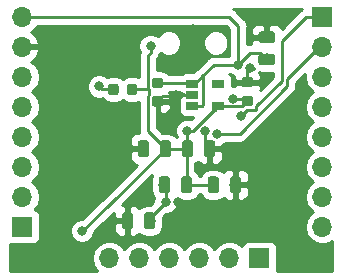
<source format=gbr>
G04 #@! TF.GenerationSoftware,KiCad,Pcbnew,(5.0.1)-rc2*
G04 #@! TF.CreationDate,2019-05-10T17:24:36-07:00*
G04 #@! TF.ProjectId,SAMD21E,53414D443231452E6B696361645F7063,rev?*
G04 #@! TF.SameCoordinates,Original*
G04 #@! TF.FileFunction,Copper,L2,Bot,Signal*
G04 #@! TF.FilePolarity,Positive*
%FSLAX46Y46*%
G04 Gerber Fmt 4.6, Leading zero omitted, Abs format (unit mm)*
G04 Created by KiCad (PCBNEW (5.0.1)-rc2) date 5/10/2019 5:24:36 PM*
%MOMM*%
%LPD*%
G01*
G04 APERTURE LIST*
G04 #@! TA.AperFunction,Conductor*
%ADD10C,0.100000*%
G04 #@! TD*
G04 #@! TA.AperFunction,SMDPad,CuDef*
%ADD11C,0.975000*%
G04 #@! TD*
G04 #@! TA.AperFunction,SMDPad,CuDef*
%ADD12C,0.875000*%
G04 #@! TD*
G04 #@! TA.AperFunction,ComponentPad*
%ADD13R,1.700000X1.700000*%
G04 #@! TD*
G04 #@! TA.AperFunction,ComponentPad*
%ADD14O,1.700000X1.700000*%
G04 #@! TD*
G04 #@! TA.AperFunction,SMDPad,CuDef*
%ADD15R,1.060000X0.650000*%
G04 #@! TD*
G04 #@! TA.AperFunction,ViaPad*
%ADD16C,0.800000*%
G04 #@! TD*
G04 #@! TA.AperFunction,Conductor*
%ADD17C,0.250000*%
G04 #@! TD*
G04 #@! TA.AperFunction,Conductor*
%ADD18C,0.254000*%
G04 #@! TD*
G04 APERTURE END LIST*
D10*
G04 #@! TO.N,Vdd*
G04 #@! TO.C,C3*
G36*
X159271642Y-101917174D02*
X159295303Y-101920684D01*
X159318507Y-101926496D01*
X159341029Y-101934554D01*
X159362653Y-101944782D01*
X159383170Y-101957079D01*
X159402383Y-101971329D01*
X159420107Y-101987393D01*
X159436171Y-102005117D01*
X159450421Y-102024330D01*
X159462718Y-102044847D01*
X159472946Y-102066471D01*
X159481004Y-102088993D01*
X159486816Y-102112197D01*
X159490326Y-102135858D01*
X159491500Y-102159750D01*
X159491500Y-103072250D01*
X159490326Y-103096142D01*
X159486816Y-103119803D01*
X159481004Y-103143007D01*
X159472946Y-103165529D01*
X159462718Y-103187153D01*
X159450421Y-103207670D01*
X159436171Y-103226883D01*
X159420107Y-103244607D01*
X159402383Y-103260671D01*
X159383170Y-103274921D01*
X159362653Y-103287218D01*
X159341029Y-103297446D01*
X159318507Y-103305504D01*
X159295303Y-103311316D01*
X159271642Y-103314826D01*
X159247750Y-103316000D01*
X158760250Y-103316000D01*
X158736358Y-103314826D01*
X158712697Y-103311316D01*
X158689493Y-103305504D01*
X158666971Y-103297446D01*
X158645347Y-103287218D01*
X158624830Y-103274921D01*
X158605617Y-103260671D01*
X158587893Y-103244607D01*
X158571829Y-103226883D01*
X158557579Y-103207670D01*
X158545282Y-103187153D01*
X158535054Y-103165529D01*
X158526996Y-103143007D01*
X158521184Y-103119803D01*
X158517674Y-103096142D01*
X158516500Y-103072250D01*
X158516500Y-102159750D01*
X158517674Y-102135858D01*
X158521184Y-102112197D01*
X158526996Y-102088993D01*
X158535054Y-102066471D01*
X158545282Y-102044847D01*
X158557579Y-102024330D01*
X158571829Y-102005117D01*
X158587893Y-101987393D01*
X158605617Y-101971329D01*
X158624830Y-101957079D01*
X158645347Y-101944782D01*
X158666971Y-101934554D01*
X158689493Y-101926496D01*
X158712697Y-101920684D01*
X158736358Y-101917174D01*
X158760250Y-101916000D01*
X159247750Y-101916000D01*
X159271642Y-101917174D01*
X159271642Y-101917174D01*
G37*
D11*
G04 #@! TD*
G04 #@! TO.P,C3,1*
G04 #@! TO.N,Vdd*
X159004000Y-102616000D03*
D10*
G04 #@! TO.N,GND*
G04 #@! TO.C,C3*
G36*
X161146642Y-101917174D02*
X161170303Y-101920684D01*
X161193507Y-101926496D01*
X161216029Y-101934554D01*
X161237653Y-101944782D01*
X161258170Y-101957079D01*
X161277383Y-101971329D01*
X161295107Y-101987393D01*
X161311171Y-102005117D01*
X161325421Y-102024330D01*
X161337718Y-102044847D01*
X161347946Y-102066471D01*
X161356004Y-102088993D01*
X161361816Y-102112197D01*
X161365326Y-102135858D01*
X161366500Y-102159750D01*
X161366500Y-103072250D01*
X161365326Y-103096142D01*
X161361816Y-103119803D01*
X161356004Y-103143007D01*
X161347946Y-103165529D01*
X161337718Y-103187153D01*
X161325421Y-103207670D01*
X161311171Y-103226883D01*
X161295107Y-103244607D01*
X161277383Y-103260671D01*
X161258170Y-103274921D01*
X161237653Y-103287218D01*
X161216029Y-103297446D01*
X161193507Y-103305504D01*
X161170303Y-103311316D01*
X161146642Y-103314826D01*
X161122750Y-103316000D01*
X160635250Y-103316000D01*
X160611358Y-103314826D01*
X160587697Y-103311316D01*
X160564493Y-103305504D01*
X160541971Y-103297446D01*
X160520347Y-103287218D01*
X160499830Y-103274921D01*
X160480617Y-103260671D01*
X160462893Y-103244607D01*
X160446829Y-103226883D01*
X160432579Y-103207670D01*
X160420282Y-103187153D01*
X160410054Y-103165529D01*
X160401996Y-103143007D01*
X160396184Y-103119803D01*
X160392674Y-103096142D01*
X160391500Y-103072250D01*
X160391500Y-102159750D01*
X160392674Y-102135858D01*
X160396184Y-102112197D01*
X160401996Y-102088993D01*
X160410054Y-102066471D01*
X160420282Y-102044847D01*
X160432579Y-102024330D01*
X160446829Y-102005117D01*
X160462893Y-101987393D01*
X160480617Y-101971329D01*
X160499830Y-101957079D01*
X160520347Y-101944782D01*
X160541971Y-101934554D01*
X160564493Y-101926496D01*
X160587697Y-101920684D01*
X160611358Y-101917174D01*
X160635250Y-101916000D01*
X161122750Y-101916000D01*
X161146642Y-101917174D01*
X161146642Y-101917174D01*
G37*
D11*
G04 #@! TD*
G04 #@! TO.P,C3,2*
G04 #@! TO.N,GND*
X160879000Y-102616000D03*
D10*
G04 #@! TO.N,GND*
G04 #@! TO.C,C4*
G36*
X155540142Y-101917174D02*
X155563803Y-101920684D01*
X155587007Y-101926496D01*
X155609529Y-101934554D01*
X155631153Y-101944782D01*
X155651670Y-101957079D01*
X155670883Y-101971329D01*
X155688607Y-101987393D01*
X155704671Y-102005117D01*
X155718921Y-102024330D01*
X155731218Y-102044847D01*
X155741446Y-102066471D01*
X155749504Y-102088993D01*
X155755316Y-102112197D01*
X155758826Y-102135858D01*
X155760000Y-102159750D01*
X155760000Y-103072250D01*
X155758826Y-103096142D01*
X155755316Y-103119803D01*
X155749504Y-103143007D01*
X155741446Y-103165529D01*
X155731218Y-103187153D01*
X155718921Y-103207670D01*
X155704671Y-103226883D01*
X155688607Y-103244607D01*
X155670883Y-103260671D01*
X155651670Y-103274921D01*
X155631153Y-103287218D01*
X155609529Y-103297446D01*
X155587007Y-103305504D01*
X155563803Y-103311316D01*
X155540142Y-103314826D01*
X155516250Y-103316000D01*
X155028750Y-103316000D01*
X155004858Y-103314826D01*
X154981197Y-103311316D01*
X154957993Y-103305504D01*
X154935471Y-103297446D01*
X154913847Y-103287218D01*
X154893330Y-103274921D01*
X154874117Y-103260671D01*
X154856393Y-103244607D01*
X154840329Y-103226883D01*
X154826079Y-103207670D01*
X154813782Y-103187153D01*
X154803554Y-103165529D01*
X154795496Y-103143007D01*
X154789684Y-103119803D01*
X154786174Y-103096142D01*
X154785000Y-103072250D01*
X154785000Y-102159750D01*
X154786174Y-102135858D01*
X154789684Y-102112197D01*
X154795496Y-102088993D01*
X154803554Y-102066471D01*
X154813782Y-102044847D01*
X154826079Y-102024330D01*
X154840329Y-102005117D01*
X154856393Y-101987393D01*
X154874117Y-101971329D01*
X154893330Y-101957079D01*
X154913847Y-101944782D01*
X154935471Y-101934554D01*
X154957993Y-101926496D01*
X154981197Y-101920684D01*
X155004858Y-101917174D01*
X155028750Y-101916000D01*
X155516250Y-101916000D01*
X155540142Y-101917174D01*
X155540142Y-101917174D01*
G37*
D11*
G04 #@! TD*
G04 #@! TO.P,C4,2*
G04 #@! TO.N,GND*
X155272500Y-102616000D03*
D10*
G04 #@! TO.N,Vdd*
G04 #@! TO.C,C4*
G36*
X157415142Y-101917174D02*
X157438803Y-101920684D01*
X157462007Y-101926496D01*
X157484529Y-101934554D01*
X157506153Y-101944782D01*
X157526670Y-101957079D01*
X157545883Y-101971329D01*
X157563607Y-101987393D01*
X157579671Y-102005117D01*
X157593921Y-102024330D01*
X157606218Y-102044847D01*
X157616446Y-102066471D01*
X157624504Y-102088993D01*
X157630316Y-102112197D01*
X157633826Y-102135858D01*
X157635000Y-102159750D01*
X157635000Y-103072250D01*
X157633826Y-103096142D01*
X157630316Y-103119803D01*
X157624504Y-103143007D01*
X157616446Y-103165529D01*
X157606218Y-103187153D01*
X157593921Y-103207670D01*
X157579671Y-103226883D01*
X157563607Y-103244607D01*
X157545883Y-103260671D01*
X157526670Y-103274921D01*
X157506153Y-103287218D01*
X157484529Y-103297446D01*
X157462007Y-103305504D01*
X157438803Y-103311316D01*
X157415142Y-103314826D01*
X157391250Y-103316000D01*
X156903750Y-103316000D01*
X156879858Y-103314826D01*
X156856197Y-103311316D01*
X156832993Y-103305504D01*
X156810471Y-103297446D01*
X156788847Y-103287218D01*
X156768330Y-103274921D01*
X156749117Y-103260671D01*
X156731393Y-103244607D01*
X156715329Y-103226883D01*
X156701079Y-103207670D01*
X156688782Y-103187153D01*
X156678554Y-103165529D01*
X156670496Y-103143007D01*
X156664684Y-103119803D01*
X156661174Y-103096142D01*
X156660000Y-103072250D01*
X156660000Y-102159750D01*
X156661174Y-102135858D01*
X156664684Y-102112197D01*
X156670496Y-102088993D01*
X156678554Y-102066471D01*
X156688782Y-102044847D01*
X156701079Y-102024330D01*
X156715329Y-102005117D01*
X156731393Y-101987393D01*
X156749117Y-101971329D01*
X156768330Y-101957079D01*
X156788847Y-101944782D01*
X156810471Y-101934554D01*
X156832993Y-101926496D01*
X156856197Y-101920684D01*
X156879858Y-101917174D01*
X156903750Y-101916000D01*
X157391250Y-101916000D01*
X157415142Y-101917174D01*
X157415142Y-101917174D01*
G37*
D11*
G04 #@! TD*
G04 #@! TO.P,C4,1*
G04 #@! TO.N,Vdd*
X157147500Y-102616000D03*
D10*
G04 #@! TO.N,Vin*
G04 #@! TO.C,C5*
G36*
X156741691Y-96591553D02*
X156762926Y-96594703D01*
X156783750Y-96599919D01*
X156803962Y-96607151D01*
X156823368Y-96616330D01*
X156841781Y-96627366D01*
X156859024Y-96640154D01*
X156874930Y-96654570D01*
X156889346Y-96670476D01*
X156902134Y-96687719D01*
X156913170Y-96706132D01*
X156922349Y-96725538D01*
X156929581Y-96745750D01*
X156934797Y-96766574D01*
X156937947Y-96787809D01*
X156939000Y-96809250D01*
X156939000Y-97246750D01*
X156937947Y-97268191D01*
X156934797Y-97289426D01*
X156929581Y-97310250D01*
X156922349Y-97330462D01*
X156913170Y-97349868D01*
X156902134Y-97368281D01*
X156889346Y-97385524D01*
X156874930Y-97401430D01*
X156859024Y-97415846D01*
X156841781Y-97428634D01*
X156823368Y-97439670D01*
X156803962Y-97448849D01*
X156783750Y-97456081D01*
X156762926Y-97461297D01*
X156741691Y-97464447D01*
X156720250Y-97465500D01*
X156207750Y-97465500D01*
X156186309Y-97464447D01*
X156165074Y-97461297D01*
X156144250Y-97456081D01*
X156124038Y-97448849D01*
X156104632Y-97439670D01*
X156086219Y-97428634D01*
X156068976Y-97415846D01*
X156053070Y-97401430D01*
X156038654Y-97385524D01*
X156025866Y-97368281D01*
X156014830Y-97349868D01*
X156005651Y-97330462D01*
X155998419Y-97310250D01*
X155993203Y-97289426D01*
X155990053Y-97268191D01*
X155989000Y-97246750D01*
X155989000Y-96809250D01*
X155990053Y-96787809D01*
X155993203Y-96766574D01*
X155998419Y-96745750D01*
X156005651Y-96725538D01*
X156014830Y-96706132D01*
X156025866Y-96687719D01*
X156038654Y-96670476D01*
X156053070Y-96654570D01*
X156068976Y-96640154D01*
X156086219Y-96627366D01*
X156104632Y-96616330D01*
X156124038Y-96607151D01*
X156144250Y-96599919D01*
X156165074Y-96594703D01*
X156186309Y-96591553D01*
X156207750Y-96590500D01*
X156720250Y-96590500D01*
X156741691Y-96591553D01*
X156741691Y-96591553D01*
G37*
D12*
G04 #@! TD*
G04 #@! TO.P,C5,1*
G04 #@! TO.N,Vin*
X156464000Y-97028000D03*
D10*
G04 #@! TO.N,GND*
G04 #@! TO.C,C5*
G36*
X156741691Y-98166553D02*
X156762926Y-98169703D01*
X156783750Y-98174919D01*
X156803962Y-98182151D01*
X156823368Y-98191330D01*
X156841781Y-98202366D01*
X156859024Y-98215154D01*
X156874930Y-98229570D01*
X156889346Y-98245476D01*
X156902134Y-98262719D01*
X156913170Y-98281132D01*
X156922349Y-98300538D01*
X156929581Y-98320750D01*
X156934797Y-98341574D01*
X156937947Y-98362809D01*
X156939000Y-98384250D01*
X156939000Y-98821750D01*
X156937947Y-98843191D01*
X156934797Y-98864426D01*
X156929581Y-98885250D01*
X156922349Y-98905462D01*
X156913170Y-98924868D01*
X156902134Y-98943281D01*
X156889346Y-98960524D01*
X156874930Y-98976430D01*
X156859024Y-98990846D01*
X156841781Y-99003634D01*
X156823368Y-99014670D01*
X156803962Y-99023849D01*
X156783750Y-99031081D01*
X156762926Y-99036297D01*
X156741691Y-99039447D01*
X156720250Y-99040500D01*
X156207750Y-99040500D01*
X156186309Y-99039447D01*
X156165074Y-99036297D01*
X156144250Y-99031081D01*
X156124038Y-99023849D01*
X156104632Y-99014670D01*
X156086219Y-99003634D01*
X156068976Y-98990846D01*
X156053070Y-98976430D01*
X156038654Y-98960524D01*
X156025866Y-98943281D01*
X156014830Y-98924868D01*
X156005651Y-98905462D01*
X155998419Y-98885250D01*
X155993203Y-98864426D01*
X155990053Y-98843191D01*
X155989000Y-98821750D01*
X155989000Y-98384250D01*
X155990053Y-98362809D01*
X155993203Y-98341574D01*
X155998419Y-98320750D01*
X156005651Y-98300538D01*
X156014830Y-98281132D01*
X156025866Y-98262719D01*
X156038654Y-98245476D01*
X156053070Y-98229570D01*
X156068976Y-98215154D01*
X156086219Y-98202366D01*
X156104632Y-98191330D01*
X156124038Y-98182151D01*
X156144250Y-98174919D01*
X156165074Y-98169703D01*
X156186309Y-98166553D01*
X156207750Y-98165500D01*
X156720250Y-98165500D01*
X156741691Y-98166553D01*
X156741691Y-98166553D01*
G37*
D12*
G04 #@! TD*
G04 #@! TO.P,C5,2*
G04 #@! TO.N,GND*
X156464000Y-98603000D03*
D10*
G04 #@! TO.N,Vdd*
G04 #@! TO.C,C6*
G36*
X161460642Y-104965174D02*
X161484303Y-104968684D01*
X161507507Y-104974496D01*
X161530029Y-104982554D01*
X161551653Y-104992782D01*
X161572170Y-105005079D01*
X161591383Y-105019329D01*
X161609107Y-105035393D01*
X161625171Y-105053117D01*
X161639421Y-105072330D01*
X161651718Y-105092847D01*
X161661946Y-105114471D01*
X161670004Y-105136993D01*
X161675816Y-105160197D01*
X161679326Y-105183858D01*
X161680500Y-105207750D01*
X161680500Y-106120250D01*
X161679326Y-106144142D01*
X161675816Y-106167803D01*
X161670004Y-106191007D01*
X161661946Y-106213529D01*
X161651718Y-106235153D01*
X161639421Y-106255670D01*
X161625171Y-106274883D01*
X161609107Y-106292607D01*
X161591383Y-106308671D01*
X161572170Y-106322921D01*
X161551653Y-106335218D01*
X161530029Y-106345446D01*
X161507507Y-106353504D01*
X161484303Y-106359316D01*
X161460642Y-106362826D01*
X161436750Y-106364000D01*
X160949250Y-106364000D01*
X160925358Y-106362826D01*
X160901697Y-106359316D01*
X160878493Y-106353504D01*
X160855971Y-106345446D01*
X160834347Y-106335218D01*
X160813830Y-106322921D01*
X160794617Y-106308671D01*
X160776893Y-106292607D01*
X160760829Y-106274883D01*
X160746579Y-106255670D01*
X160734282Y-106235153D01*
X160724054Y-106213529D01*
X160715996Y-106191007D01*
X160710184Y-106167803D01*
X160706674Y-106144142D01*
X160705500Y-106120250D01*
X160705500Y-105207750D01*
X160706674Y-105183858D01*
X160710184Y-105160197D01*
X160715996Y-105136993D01*
X160724054Y-105114471D01*
X160734282Y-105092847D01*
X160746579Y-105072330D01*
X160760829Y-105053117D01*
X160776893Y-105035393D01*
X160794617Y-105019329D01*
X160813830Y-105005079D01*
X160834347Y-104992782D01*
X160855971Y-104982554D01*
X160878493Y-104974496D01*
X160901697Y-104968684D01*
X160925358Y-104965174D01*
X160949250Y-104964000D01*
X161436750Y-104964000D01*
X161460642Y-104965174D01*
X161460642Y-104965174D01*
G37*
D11*
G04 #@! TD*
G04 #@! TO.P,C6,1*
G04 #@! TO.N,Vdd*
X161193000Y-105664000D03*
D10*
G04 #@! TO.N,GND*
G04 #@! TO.C,C6*
G36*
X163335642Y-104965174D02*
X163359303Y-104968684D01*
X163382507Y-104974496D01*
X163405029Y-104982554D01*
X163426653Y-104992782D01*
X163447170Y-105005079D01*
X163466383Y-105019329D01*
X163484107Y-105035393D01*
X163500171Y-105053117D01*
X163514421Y-105072330D01*
X163526718Y-105092847D01*
X163536946Y-105114471D01*
X163545004Y-105136993D01*
X163550816Y-105160197D01*
X163554326Y-105183858D01*
X163555500Y-105207750D01*
X163555500Y-106120250D01*
X163554326Y-106144142D01*
X163550816Y-106167803D01*
X163545004Y-106191007D01*
X163536946Y-106213529D01*
X163526718Y-106235153D01*
X163514421Y-106255670D01*
X163500171Y-106274883D01*
X163484107Y-106292607D01*
X163466383Y-106308671D01*
X163447170Y-106322921D01*
X163426653Y-106335218D01*
X163405029Y-106345446D01*
X163382507Y-106353504D01*
X163359303Y-106359316D01*
X163335642Y-106362826D01*
X163311750Y-106364000D01*
X162824250Y-106364000D01*
X162800358Y-106362826D01*
X162776697Y-106359316D01*
X162753493Y-106353504D01*
X162730971Y-106345446D01*
X162709347Y-106335218D01*
X162688830Y-106322921D01*
X162669617Y-106308671D01*
X162651893Y-106292607D01*
X162635829Y-106274883D01*
X162621579Y-106255670D01*
X162609282Y-106235153D01*
X162599054Y-106213529D01*
X162590996Y-106191007D01*
X162585184Y-106167803D01*
X162581674Y-106144142D01*
X162580500Y-106120250D01*
X162580500Y-105207750D01*
X162581674Y-105183858D01*
X162585184Y-105160197D01*
X162590996Y-105136993D01*
X162599054Y-105114471D01*
X162609282Y-105092847D01*
X162621579Y-105072330D01*
X162635829Y-105053117D01*
X162651893Y-105035393D01*
X162669617Y-105019329D01*
X162688830Y-105005079D01*
X162709347Y-104992782D01*
X162730971Y-104982554D01*
X162753493Y-104974496D01*
X162776697Y-104968684D01*
X162800358Y-104965174D01*
X162824250Y-104964000D01*
X163311750Y-104964000D01*
X163335642Y-104965174D01*
X163335642Y-104965174D01*
G37*
D11*
G04 #@! TD*
G04 #@! TO.P,C6,2*
G04 #@! TO.N,GND*
X163068000Y-105664000D03*
D10*
G04 #@! TO.N,GND*
G04 #@! TO.C,C7*
G36*
X154191642Y-108013174D02*
X154215303Y-108016684D01*
X154238507Y-108022496D01*
X154261029Y-108030554D01*
X154282653Y-108040782D01*
X154303170Y-108053079D01*
X154322383Y-108067329D01*
X154340107Y-108083393D01*
X154356171Y-108101117D01*
X154370421Y-108120330D01*
X154382718Y-108140847D01*
X154392946Y-108162471D01*
X154401004Y-108184993D01*
X154406816Y-108208197D01*
X154410326Y-108231858D01*
X154411500Y-108255750D01*
X154411500Y-109168250D01*
X154410326Y-109192142D01*
X154406816Y-109215803D01*
X154401004Y-109239007D01*
X154392946Y-109261529D01*
X154382718Y-109283153D01*
X154370421Y-109303670D01*
X154356171Y-109322883D01*
X154340107Y-109340607D01*
X154322383Y-109356671D01*
X154303170Y-109370921D01*
X154282653Y-109383218D01*
X154261029Y-109393446D01*
X154238507Y-109401504D01*
X154215303Y-109407316D01*
X154191642Y-109410826D01*
X154167750Y-109412000D01*
X153680250Y-109412000D01*
X153656358Y-109410826D01*
X153632697Y-109407316D01*
X153609493Y-109401504D01*
X153586971Y-109393446D01*
X153565347Y-109383218D01*
X153544830Y-109370921D01*
X153525617Y-109356671D01*
X153507893Y-109340607D01*
X153491829Y-109322883D01*
X153477579Y-109303670D01*
X153465282Y-109283153D01*
X153455054Y-109261529D01*
X153446996Y-109239007D01*
X153441184Y-109215803D01*
X153437674Y-109192142D01*
X153436500Y-109168250D01*
X153436500Y-108255750D01*
X153437674Y-108231858D01*
X153441184Y-108208197D01*
X153446996Y-108184993D01*
X153455054Y-108162471D01*
X153465282Y-108140847D01*
X153477579Y-108120330D01*
X153491829Y-108101117D01*
X153507893Y-108083393D01*
X153525617Y-108067329D01*
X153544830Y-108053079D01*
X153565347Y-108040782D01*
X153586971Y-108030554D01*
X153609493Y-108022496D01*
X153632697Y-108016684D01*
X153656358Y-108013174D01*
X153680250Y-108012000D01*
X154167750Y-108012000D01*
X154191642Y-108013174D01*
X154191642Y-108013174D01*
G37*
D11*
G04 #@! TD*
G04 #@! TO.P,C7,2*
G04 #@! TO.N,GND*
X153924000Y-108712000D03*
D10*
G04 #@! TO.N,/VDDANA*
G04 #@! TO.C,C7*
G36*
X156066642Y-108013174D02*
X156090303Y-108016684D01*
X156113507Y-108022496D01*
X156136029Y-108030554D01*
X156157653Y-108040782D01*
X156178170Y-108053079D01*
X156197383Y-108067329D01*
X156215107Y-108083393D01*
X156231171Y-108101117D01*
X156245421Y-108120330D01*
X156257718Y-108140847D01*
X156267946Y-108162471D01*
X156276004Y-108184993D01*
X156281816Y-108208197D01*
X156285326Y-108231858D01*
X156286500Y-108255750D01*
X156286500Y-109168250D01*
X156285326Y-109192142D01*
X156281816Y-109215803D01*
X156276004Y-109239007D01*
X156267946Y-109261529D01*
X156257718Y-109283153D01*
X156245421Y-109303670D01*
X156231171Y-109322883D01*
X156215107Y-109340607D01*
X156197383Y-109356671D01*
X156178170Y-109370921D01*
X156157653Y-109383218D01*
X156136029Y-109393446D01*
X156113507Y-109401504D01*
X156090303Y-109407316D01*
X156066642Y-109410826D01*
X156042750Y-109412000D01*
X155555250Y-109412000D01*
X155531358Y-109410826D01*
X155507697Y-109407316D01*
X155484493Y-109401504D01*
X155461971Y-109393446D01*
X155440347Y-109383218D01*
X155419830Y-109370921D01*
X155400617Y-109356671D01*
X155382893Y-109340607D01*
X155366829Y-109322883D01*
X155352579Y-109303670D01*
X155340282Y-109283153D01*
X155330054Y-109261529D01*
X155321996Y-109239007D01*
X155316184Y-109215803D01*
X155312674Y-109192142D01*
X155311500Y-109168250D01*
X155311500Y-108255750D01*
X155312674Y-108231858D01*
X155316184Y-108208197D01*
X155321996Y-108184993D01*
X155330054Y-108162471D01*
X155340282Y-108140847D01*
X155352579Y-108120330D01*
X155366829Y-108101117D01*
X155382893Y-108083393D01*
X155400617Y-108067329D01*
X155419830Y-108053079D01*
X155440347Y-108040782D01*
X155461971Y-108030554D01*
X155484493Y-108022496D01*
X155507697Y-108016684D01*
X155531358Y-108013174D01*
X155555250Y-108012000D01*
X156042750Y-108012000D01*
X156066642Y-108013174D01*
X156066642Y-108013174D01*
G37*
D11*
G04 #@! TD*
G04 #@! TO.P,C7,1*
G04 #@! TO.N,/VDDANA*
X155799000Y-108712000D03*
D10*
G04 #@! TO.N,GND*
G04 #@! TO.C,C9*
G36*
X164361691Y-96540553D02*
X164382926Y-96543703D01*
X164403750Y-96548919D01*
X164423962Y-96556151D01*
X164443368Y-96565330D01*
X164461781Y-96576366D01*
X164479024Y-96589154D01*
X164494930Y-96603570D01*
X164509346Y-96619476D01*
X164522134Y-96636719D01*
X164533170Y-96655132D01*
X164542349Y-96674538D01*
X164549581Y-96694750D01*
X164554797Y-96715574D01*
X164557947Y-96736809D01*
X164559000Y-96758250D01*
X164559000Y-97195750D01*
X164557947Y-97217191D01*
X164554797Y-97238426D01*
X164549581Y-97259250D01*
X164542349Y-97279462D01*
X164533170Y-97298868D01*
X164522134Y-97317281D01*
X164509346Y-97334524D01*
X164494930Y-97350430D01*
X164479024Y-97364846D01*
X164461781Y-97377634D01*
X164443368Y-97388670D01*
X164423962Y-97397849D01*
X164403750Y-97405081D01*
X164382926Y-97410297D01*
X164361691Y-97413447D01*
X164340250Y-97414500D01*
X163827750Y-97414500D01*
X163806309Y-97413447D01*
X163785074Y-97410297D01*
X163764250Y-97405081D01*
X163744038Y-97397849D01*
X163724632Y-97388670D01*
X163706219Y-97377634D01*
X163688976Y-97364846D01*
X163673070Y-97350430D01*
X163658654Y-97334524D01*
X163645866Y-97317281D01*
X163634830Y-97298868D01*
X163625651Y-97279462D01*
X163618419Y-97259250D01*
X163613203Y-97238426D01*
X163610053Y-97217191D01*
X163609000Y-97195750D01*
X163609000Y-96758250D01*
X163610053Y-96736809D01*
X163613203Y-96715574D01*
X163618419Y-96694750D01*
X163625651Y-96674538D01*
X163634830Y-96655132D01*
X163645866Y-96636719D01*
X163658654Y-96619476D01*
X163673070Y-96603570D01*
X163688976Y-96589154D01*
X163706219Y-96576366D01*
X163724632Y-96565330D01*
X163744038Y-96556151D01*
X163764250Y-96548919D01*
X163785074Y-96543703D01*
X163806309Y-96540553D01*
X163827750Y-96539500D01*
X164340250Y-96539500D01*
X164361691Y-96540553D01*
X164361691Y-96540553D01*
G37*
D12*
G04 #@! TD*
G04 #@! TO.P,C9,2*
G04 #@! TO.N,GND*
X164084000Y-96977000D03*
D10*
G04 #@! TO.N,Vdd*
G04 #@! TO.C,C9*
G36*
X164361691Y-98115553D02*
X164382926Y-98118703D01*
X164403750Y-98123919D01*
X164423962Y-98131151D01*
X164443368Y-98140330D01*
X164461781Y-98151366D01*
X164479024Y-98164154D01*
X164494930Y-98178570D01*
X164509346Y-98194476D01*
X164522134Y-98211719D01*
X164533170Y-98230132D01*
X164542349Y-98249538D01*
X164549581Y-98269750D01*
X164554797Y-98290574D01*
X164557947Y-98311809D01*
X164559000Y-98333250D01*
X164559000Y-98770750D01*
X164557947Y-98792191D01*
X164554797Y-98813426D01*
X164549581Y-98834250D01*
X164542349Y-98854462D01*
X164533170Y-98873868D01*
X164522134Y-98892281D01*
X164509346Y-98909524D01*
X164494930Y-98925430D01*
X164479024Y-98939846D01*
X164461781Y-98952634D01*
X164443368Y-98963670D01*
X164423962Y-98972849D01*
X164403750Y-98980081D01*
X164382926Y-98985297D01*
X164361691Y-98988447D01*
X164340250Y-98989500D01*
X163827750Y-98989500D01*
X163806309Y-98988447D01*
X163785074Y-98985297D01*
X163764250Y-98980081D01*
X163744038Y-98972849D01*
X163724632Y-98963670D01*
X163706219Y-98952634D01*
X163688976Y-98939846D01*
X163673070Y-98925430D01*
X163658654Y-98909524D01*
X163645866Y-98892281D01*
X163634830Y-98873868D01*
X163625651Y-98854462D01*
X163618419Y-98834250D01*
X163613203Y-98813426D01*
X163610053Y-98792191D01*
X163609000Y-98770750D01*
X163609000Y-98333250D01*
X163610053Y-98311809D01*
X163613203Y-98290574D01*
X163618419Y-98269750D01*
X163625651Y-98249538D01*
X163634830Y-98230132D01*
X163645866Y-98211719D01*
X163658654Y-98194476D01*
X163673070Y-98178570D01*
X163688976Y-98164154D01*
X163706219Y-98151366D01*
X163724632Y-98140330D01*
X163744038Y-98131151D01*
X163764250Y-98123919D01*
X163785074Y-98118703D01*
X163806309Y-98115553D01*
X163827750Y-98114500D01*
X164340250Y-98114500D01*
X164361691Y-98115553D01*
X164361691Y-98115553D01*
G37*
D12*
G04 #@! TD*
G04 #@! TO.P,C9,1*
G04 #@! TO.N,Vdd*
X164084000Y-98552000D03*
D10*
G04 #@! TO.N,Vin*
G04 #@! TO.C,C10*
G36*
X166189742Y-94555874D02*
X166213403Y-94559384D01*
X166236607Y-94565196D01*
X166259129Y-94573254D01*
X166280753Y-94583482D01*
X166301270Y-94595779D01*
X166320483Y-94610029D01*
X166338207Y-94626093D01*
X166354271Y-94643817D01*
X166368521Y-94663030D01*
X166380818Y-94683547D01*
X166391046Y-94705171D01*
X166399104Y-94727693D01*
X166404916Y-94750897D01*
X166408426Y-94774558D01*
X166409600Y-94798450D01*
X166409600Y-95285950D01*
X166408426Y-95309842D01*
X166404916Y-95333503D01*
X166399104Y-95356707D01*
X166391046Y-95379229D01*
X166380818Y-95400853D01*
X166368521Y-95421370D01*
X166354271Y-95440583D01*
X166338207Y-95458307D01*
X166320483Y-95474371D01*
X166301270Y-95488621D01*
X166280753Y-95500918D01*
X166259129Y-95511146D01*
X166236607Y-95519204D01*
X166213403Y-95525016D01*
X166189742Y-95528526D01*
X166165850Y-95529700D01*
X165253350Y-95529700D01*
X165229458Y-95528526D01*
X165205797Y-95525016D01*
X165182593Y-95519204D01*
X165160071Y-95511146D01*
X165138447Y-95500918D01*
X165117930Y-95488621D01*
X165098717Y-95474371D01*
X165080993Y-95458307D01*
X165064929Y-95440583D01*
X165050679Y-95421370D01*
X165038382Y-95400853D01*
X165028154Y-95379229D01*
X165020096Y-95356707D01*
X165014284Y-95333503D01*
X165010774Y-95309842D01*
X165009600Y-95285950D01*
X165009600Y-94798450D01*
X165010774Y-94774558D01*
X165014284Y-94750897D01*
X165020096Y-94727693D01*
X165028154Y-94705171D01*
X165038382Y-94683547D01*
X165050679Y-94663030D01*
X165064929Y-94643817D01*
X165080993Y-94626093D01*
X165098717Y-94610029D01*
X165117930Y-94595779D01*
X165138447Y-94583482D01*
X165160071Y-94573254D01*
X165182593Y-94565196D01*
X165205797Y-94559384D01*
X165229458Y-94555874D01*
X165253350Y-94554700D01*
X166165850Y-94554700D01*
X166189742Y-94555874D01*
X166189742Y-94555874D01*
G37*
D11*
G04 #@! TD*
G04 #@! TO.P,C10,2*
G04 #@! TO.N,Vin*
X165709600Y-95042200D03*
D10*
G04 #@! TO.N,GND*
G04 #@! TO.C,C10*
G36*
X166189742Y-92680874D02*
X166213403Y-92684384D01*
X166236607Y-92690196D01*
X166259129Y-92698254D01*
X166280753Y-92708482D01*
X166301270Y-92720779D01*
X166320483Y-92735029D01*
X166338207Y-92751093D01*
X166354271Y-92768817D01*
X166368521Y-92788030D01*
X166380818Y-92808547D01*
X166391046Y-92830171D01*
X166399104Y-92852693D01*
X166404916Y-92875897D01*
X166408426Y-92899558D01*
X166409600Y-92923450D01*
X166409600Y-93410950D01*
X166408426Y-93434842D01*
X166404916Y-93458503D01*
X166399104Y-93481707D01*
X166391046Y-93504229D01*
X166380818Y-93525853D01*
X166368521Y-93546370D01*
X166354271Y-93565583D01*
X166338207Y-93583307D01*
X166320483Y-93599371D01*
X166301270Y-93613621D01*
X166280753Y-93625918D01*
X166259129Y-93636146D01*
X166236607Y-93644204D01*
X166213403Y-93650016D01*
X166189742Y-93653526D01*
X166165850Y-93654700D01*
X165253350Y-93654700D01*
X165229458Y-93653526D01*
X165205797Y-93650016D01*
X165182593Y-93644204D01*
X165160071Y-93636146D01*
X165138447Y-93625918D01*
X165117930Y-93613621D01*
X165098717Y-93599371D01*
X165080993Y-93583307D01*
X165064929Y-93565583D01*
X165050679Y-93546370D01*
X165038382Y-93525853D01*
X165028154Y-93504229D01*
X165020096Y-93481707D01*
X165014284Y-93458503D01*
X165010774Y-93434842D01*
X165009600Y-93410950D01*
X165009600Y-92923450D01*
X165010774Y-92899558D01*
X165014284Y-92875897D01*
X165020096Y-92852693D01*
X165028154Y-92830171D01*
X165038382Y-92808547D01*
X165050679Y-92788030D01*
X165064929Y-92768817D01*
X165080993Y-92751093D01*
X165098717Y-92735029D01*
X165117930Y-92720779D01*
X165138447Y-92708482D01*
X165160071Y-92698254D01*
X165182593Y-92690196D01*
X165205797Y-92684384D01*
X165229458Y-92680874D01*
X165253350Y-92679700D01*
X166165850Y-92679700D01*
X166189742Y-92680874D01*
X166189742Y-92680874D01*
G37*
D11*
G04 #@! TD*
G04 #@! TO.P,C10,1*
G04 #@! TO.N,GND*
X165709600Y-93167200D03*
D13*
G04 #@! TO.P,J2,1*
G04 #@! TO.N,/PA15*
X165100000Y-111887000D03*
D14*
G04 #@! TO.P,J2,2*
G04 #@! TO.N,/PA12*
X162560000Y-111887000D03*
G04 #@! TO.P,J2,3*
G04 #@! TO.N,/PA11*
X160020000Y-111887000D03*
G04 #@! TO.P,J2,4*
G04 #@! TO.N,/PA10*
X157480000Y-111887000D03*
G04 #@! TO.P,J2,5*
G04 #@! TO.N,/PA09*
X154940000Y-111887000D03*
G04 #@! TO.P,J2,6*
G04 #@! TO.N,/PA08*
X152400000Y-111887000D03*
G04 #@! TD*
D10*
G04 #@! TO.N,/VDDANA*
G04 #@! TO.C,L1*
G36*
X157318142Y-104965174D02*
X157341803Y-104968684D01*
X157365007Y-104974496D01*
X157387529Y-104982554D01*
X157409153Y-104992782D01*
X157429670Y-105005079D01*
X157448883Y-105019329D01*
X157466607Y-105035393D01*
X157482671Y-105053117D01*
X157496921Y-105072330D01*
X157509218Y-105092847D01*
X157519446Y-105114471D01*
X157527504Y-105136993D01*
X157533316Y-105160197D01*
X157536826Y-105183858D01*
X157538000Y-105207750D01*
X157538000Y-106120250D01*
X157536826Y-106144142D01*
X157533316Y-106167803D01*
X157527504Y-106191007D01*
X157519446Y-106213529D01*
X157509218Y-106235153D01*
X157496921Y-106255670D01*
X157482671Y-106274883D01*
X157466607Y-106292607D01*
X157448883Y-106308671D01*
X157429670Y-106322921D01*
X157409153Y-106335218D01*
X157387529Y-106345446D01*
X157365007Y-106353504D01*
X157341803Y-106359316D01*
X157318142Y-106362826D01*
X157294250Y-106364000D01*
X156806750Y-106364000D01*
X156782858Y-106362826D01*
X156759197Y-106359316D01*
X156735993Y-106353504D01*
X156713471Y-106345446D01*
X156691847Y-106335218D01*
X156671330Y-106322921D01*
X156652117Y-106308671D01*
X156634393Y-106292607D01*
X156618329Y-106274883D01*
X156604079Y-106255670D01*
X156591782Y-106235153D01*
X156581554Y-106213529D01*
X156573496Y-106191007D01*
X156567684Y-106167803D01*
X156564174Y-106144142D01*
X156563000Y-106120250D01*
X156563000Y-105207750D01*
X156564174Y-105183858D01*
X156567684Y-105160197D01*
X156573496Y-105136993D01*
X156581554Y-105114471D01*
X156591782Y-105092847D01*
X156604079Y-105072330D01*
X156618329Y-105053117D01*
X156634393Y-105035393D01*
X156652117Y-105019329D01*
X156671330Y-105005079D01*
X156691847Y-104992782D01*
X156713471Y-104982554D01*
X156735993Y-104974496D01*
X156759197Y-104968684D01*
X156782858Y-104965174D01*
X156806750Y-104964000D01*
X157294250Y-104964000D01*
X157318142Y-104965174D01*
X157318142Y-104965174D01*
G37*
D11*
G04 #@! TD*
G04 #@! TO.P,L1,1*
G04 #@! TO.N,/VDDANA*
X157050500Y-105664000D03*
D10*
G04 #@! TO.N,Vdd*
G04 #@! TO.C,L1*
G36*
X159193142Y-104965174D02*
X159216803Y-104968684D01*
X159240007Y-104974496D01*
X159262529Y-104982554D01*
X159284153Y-104992782D01*
X159304670Y-105005079D01*
X159323883Y-105019329D01*
X159341607Y-105035393D01*
X159357671Y-105053117D01*
X159371921Y-105072330D01*
X159384218Y-105092847D01*
X159394446Y-105114471D01*
X159402504Y-105136993D01*
X159408316Y-105160197D01*
X159411826Y-105183858D01*
X159413000Y-105207750D01*
X159413000Y-106120250D01*
X159411826Y-106144142D01*
X159408316Y-106167803D01*
X159402504Y-106191007D01*
X159394446Y-106213529D01*
X159384218Y-106235153D01*
X159371921Y-106255670D01*
X159357671Y-106274883D01*
X159341607Y-106292607D01*
X159323883Y-106308671D01*
X159304670Y-106322921D01*
X159284153Y-106335218D01*
X159262529Y-106345446D01*
X159240007Y-106353504D01*
X159216803Y-106359316D01*
X159193142Y-106362826D01*
X159169250Y-106364000D01*
X158681750Y-106364000D01*
X158657858Y-106362826D01*
X158634197Y-106359316D01*
X158610993Y-106353504D01*
X158588471Y-106345446D01*
X158566847Y-106335218D01*
X158546330Y-106322921D01*
X158527117Y-106308671D01*
X158509393Y-106292607D01*
X158493329Y-106274883D01*
X158479079Y-106255670D01*
X158466782Y-106235153D01*
X158456554Y-106213529D01*
X158448496Y-106191007D01*
X158442684Y-106167803D01*
X158439174Y-106144142D01*
X158438000Y-106120250D01*
X158438000Y-105207750D01*
X158439174Y-105183858D01*
X158442684Y-105160197D01*
X158448496Y-105136993D01*
X158456554Y-105114471D01*
X158466782Y-105092847D01*
X158479079Y-105072330D01*
X158493329Y-105053117D01*
X158509393Y-105035393D01*
X158527117Y-105019329D01*
X158546330Y-105005079D01*
X158566847Y-104992782D01*
X158588471Y-104982554D01*
X158610993Y-104974496D01*
X158634197Y-104968684D01*
X158657858Y-104965174D01*
X158681750Y-104964000D01*
X159169250Y-104964000D01*
X159193142Y-104965174D01*
X159193142Y-104965174D01*
G37*
D11*
G04 #@! TD*
G04 #@! TO.P,L1,2*
G04 #@! TO.N,Vdd*
X158925500Y-105664000D03*
D10*
G04 #@! TO.N,/RESET*
G04 #@! TO.C,R1*
G36*
X152970191Y-97125553D02*
X152991426Y-97128703D01*
X153012250Y-97133919D01*
X153032462Y-97141151D01*
X153051868Y-97150330D01*
X153070281Y-97161366D01*
X153087524Y-97174154D01*
X153103430Y-97188570D01*
X153117846Y-97204476D01*
X153130634Y-97221719D01*
X153141670Y-97240132D01*
X153150849Y-97259538D01*
X153158081Y-97279750D01*
X153163297Y-97300574D01*
X153166447Y-97321809D01*
X153167500Y-97343250D01*
X153167500Y-97855750D01*
X153166447Y-97877191D01*
X153163297Y-97898426D01*
X153158081Y-97919250D01*
X153150849Y-97939462D01*
X153141670Y-97958868D01*
X153130634Y-97977281D01*
X153117846Y-97994524D01*
X153103430Y-98010430D01*
X153087524Y-98024846D01*
X153070281Y-98037634D01*
X153051868Y-98048670D01*
X153032462Y-98057849D01*
X153012250Y-98065081D01*
X152991426Y-98070297D01*
X152970191Y-98073447D01*
X152948750Y-98074500D01*
X152511250Y-98074500D01*
X152489809Y-98073447D01*
X152468574Y-98070297D01*
X152447750Y-98065081D01*
X152427538Y-98057849D01*
X152408132Y-98048670D01*
X152389719Y-98037634D01*
X152372476Y-98024846D01*
X152356570Y-98010430D01*
X152342154Y-97994524D01*
X152329366Y-97977281D01*
X152318330Y-97958868D01*
X152309151Y-97939462D01*
X152301919Y-97919250D01*
X152296703Y-97898426D01*
X152293553Y-97877191D01*
X152292500Y-97855750D01*
X152292500Y-97343250D01*
X152293553Y-97321809D01*
X152296703Y-97300574D01*
X152301919Y-97279750D01*
X152309151Y-97259538D01*
X152318330Y-97240132D01*
X152329366Y-97221719D01*
X152342154Y-97204476D01*
X152356570Y-97188570D01*
X152372476Y-97174154D01*
X152389719Y-97161366D01*
X152408132Y-97150330D01*
X152427538Y-97141151D01*
X152447750Y-97133919D01*
X152468574Y-97128703D01*
X152489809Y-97125553D01*
X152511250Y-97124500D01*
X152948750Y-97124500D01*
X152970191Y-97125553D01*
X152970191Y-97125553D01*
G37*
D12*
G04 #@! TD*
G04 #@! TO.P,R1,1*
G04 #@! TO.N,/RESET*
X152730000Y-97599500D03*
D10*
G04 #@! TO.N,Vdd*
G04 #@! TO.C,R1*
G36*
X154545191Y-97125553D02*
X154566426Y-97128703D01*
X154587250Y-97133919D01*
X154607462Y-97141151D01*
X154626868Y-97150330D01*
X154645281Y-97161366D01*
X154662524Y-97174154D01*
X154678430Y-97188570D01*
X154692846Y-97204476D01*
X154705634Y-97221719D01*
X154716670Y-97240132D01*
X154725849Y-97259538D01*
X154733081Y-97279750D01*
X154738297Y-97300574D01*
X154741447Y-97321809D01*
X154742500Y-97343250D01*
X154742500Y-97855750D01*
X154741447Y-97877191D01*
X154738297Y-97898426D01*
X154733081Y-97919250D01*
X154725849Y-97939462D01*
X154716670Y-97958868D01*
X154705634Y-97977281D01*
X154692846Y-97994524D01*
X154678430Y-98010430D01*
X154662524Y-98024846D01*
X154645281Y-98037634D01*
X154626868Y-98048670D01*
X154607462Y-98057849D01*
X154587250Y-98065081D01*
X154566426Y-98070297D01*
X154545191Y-98073447D01*
X154523750Y-98074500D01*
X154086250Y-98074500D01*
X154064809Y-98073447D01*
X154043574Y-98070297D01*
X154022750Y-98065081D01*
X154002538Y-98057849D01*
X153983132Y-98048670D01*
X153964719Y-98037634D01*
X153947476Y-98024846D01*
X153931570Y-98010430D01*
X153917154Y-97994524D01*
X153904366Y-97977281D01*
X153893330Y-97958868D01*
X153884151Y-97939462D01*
X153876919Y-97919250D01*
X153871703Y-97898426D01*
X153868553Y-97877191D01*
X153867500Y-97855750D01*
X153867500Y-97343250D01*
X153868553Y-97321809D01*
X153871703Y-97300574D01*
X153876919Y-97279750D01*
X153884151Y-97259538D01*
X153893330Y-97240132D01*
X153904366Y-97221719D01*
X153917154Y-97204476D01*
X153931570Y-97188570D01*
X153947476Y-97174154D01*
X153964719Y-97161366D01*
X153983132Y-97150330D01*
X154002538Y-97141151D01*
X154022750Y-97133919D01*
X154043574Y-97128703D01*
X154064809Y-97125553D01*
X154086250Y-97124500D01*
X154523750Y-97124500D01*
X154545191Y-97125553D01*
X154545191Y-97125553D01*
G37*
D12*
G04 #@! TD*
G04 #@! TO.P,R1,2*
G04 #@! TO.N,Vdd*
X154305000Y-97599500D03*
D14*
G04 #@! TO.P,J1,8*
G04 #@! TO.N,Vin*
X145034000Y-91440000D03*
G04 #@! TO.P,J1,7*
G04 #@! TO.N,GND*
X145034000Y-93980000D03*
G04 #@! TO.P,J1,6*
G04 #@! TO.N,/PA02*
X145034000Y-96520000D03*
G04 #@! TO.P,J1,5*
G04 #@! TO.N,/PA03*
X145034000Y-99060000D03*
G04 #@! TO.P,J1,4*
G04 #@! TO.N,/PA04*
X145034000Y-101600000D03*
G04 #@! TO.P,J1,3*
G04 #@! TO.N,/PA05*
X145034000Y-104140000D03*
G04 #@! TO.P,J1,2*
G04 #@! TO.N,/PA06*
X145034000Y-106680000D03*
D13*
G04 #@! TO.P,J1,1*
G04 #@! TO.N,/PA07*
X145034000Y-109220000D03*
G04 #@! TD*
G04 #@! TO.P,J3,1*
G04 #@! TO.N,/PA27*
X170434000Y-91440000D03*
D14*
G04 #@! TO.P,J3,2*
G04 #@! TO.N,/PA28*
X170434000Y-93980000D03*
G04 #@! TO.P,J3,3*
G04 #@! TO.N,/PA23*
X170434000Y-96520000D03*
G04 #@! TO.P,J3,4*
G04 #@! TO.N,/PA22*
X170434000Y-99060000D03*
G04 #@! TO.P,J3,5*
G04 #@! TO.N,/PA19*
X170434000Y-101600000D03*
G04 #@! TO.P,J3,6*
G04 #@! TO.N,/PA18*
X170434000Y-104140000D03*
G04 #@! TO.P,J3,7*
G04 #@! TO.N,/PA17*
X170434000Y-106680000D03*
G04 #@! TO.P,J3,8*
G04 #@! TO.N,/PA16*
X170434000Y-109220000D03*
G04 #@! TD*
D15*
G04 #@! TO.P,U2,1*
G04 #@! TO.N,Vin*
X159428000Y-98994000D03*
G04 #@! TO.P,U2,2*
G04 #@! TO.N,GND*
X159428000Y-98044000D03*
G04 #@! TO.P,U2,3*
G04 #@! TO.N,Vin*
X159428000Y-97094000D03*
G04 #@! TO.P,U2,4*
G04 #@! TO.N,Net-(U2-Pad4)*
X161628000Y-97094000D03*
G04 #@! TO.P,U2,5*
G04 #@! TO.N,Vdd*
X161628000Y-98994000D03*
G04 #@! TD*
D16*
G04 #@! TO.N,GND*
X160528000Y-101092000D03*
X164338000Y-95758000D03*
X158162503Y-107124500D03*
X165227000Y-108966000D03*
X168719500Y-112141000D03*
X167576500Y-108775500D03*
X165544500Y-91821000D03*
X159512000Y-92456000D03*
X146939000Y-93980000D03*
X147637500Y-97409000D03*
X148971000Y-99885500D03*
X151320500Y-100076000D03*
X158051500Y-98044000D03*
X147807680Y-108712000D03*
X148097240Y-111643160D03*
G04 #@! TO.N,Vdd*
X159004000Y-101092000D03*
X162872847Y-98366153D03*
X155892500Y-93916500D03*
X150073360Y-109570520D03*
G04 #@! TO.N,Vin*
X163322000Y-95504000D03*
G04 #@! TO.N,/VDDANA*
X157162500Y-107124500D03*
G04 #@! TO.N,/RESET*
X151511000Y-97345500D03*
G04 #@! TO.N,/PA28*
X161544000Y-101346000D03*
G04 #@! TO.N,/PA27*
X163534260Y-99822000D03*
G04 #@! TD*
D17*
G04 #@! TO.N,GND*
X160528000Y-102265000D02*
X160879000Y-102616000D01*
X160528000Y-101092000D02*
X160528000Y-102265000D01*
X164084000Y-96977000D02*
X164084000Y-96012000D01*
X164084000Y-96012000D02*
X164338000Y-95758000D01*
X156925612Y-98141388D02*
X157763612Y-98141388D01*
X156464000Y-98603000D02*
X156925612Y-98141388D01*
X157861000Y-98044000D02*
X158051500Y-98044000D01*
X157763612Y-98141388D02*
X157861000Y-98044000D01*
X159428000Y-98044000D02*
X158051500Y-98044000D01*
X165709600Y-91986100D02*
X165544500Y-91821000D01*
X165709600Y-93167200D02*
X165709600Y-91986100D01*
G04 #@! TO.N,Vdd*
X159004000Y-101092000D02*
X159004000Y-102616000D01*
X163642000Y-98994000D02*
X164084000Y-98552000D01*
X161628000Y-98994000D02*
X163642000Y-98994000D01*
X157147500Y-102616000D02*
X159004000Y-102616000D01*
X158925500Y-105664000D02*
X160591500Y-105664000D01*
X160591500Y-105664000D02*
X161193000Y-105664000D01*
X158925500Y-105664000D02*
X158925500Y-102186500D01*
X159004000Y-102265000D02*
X159004000Y-102616000D01*
X158925500Y-102186500D02*
X159004000Y-102265000D01*
X161308000Y-99314000D02*
X161628000Y-98994000D01*
X161232998Y-99314000D02*
X161308000Y-99314000D01*
X159454998Y-101092000D02*
X161232998Y-99314000D01*
X159004000Y-101092000D02*
X159454998Y-101092000D01*
X163898153Y-98366153D02*
X164084000Y-98552000D01*
X162872847Y-98366153D02*
X163898153Y-98366153D01*
X156591263Y-102059763D02*
X157147500Y-102616000D01*
X155765500Y-97573494D02*
X155765500Y-98057506D01*
X155765500Y-98057506D02*
X155663990Y-98159016D01*
X155663990Y-97471984D02*
X155765500Y-97573494D01*
X155663990Y-101132490D02*
X156591263Y-102059763D01*
X155663990Y-98159016D02*
X155663990Y-101132490D01*
X155663990Y-94710695D02*
X155663990Y-96710500D01*
X155892500Y-94482185D02*
X155663990Y-94710695D01*
X155892500Y-93916500D02*
X155892500Y-94482185D01*
X155663990Y-96451704D02*
X155663990Y-96710500D01*
X155663990Y-96710500D02*
X155663990Y-97471984D01*
X155536474Y-97599500D02*
X155663990Y-97471984D01*
X154305000Y-97599500D02*
X155536474Y-97599500D01*
X152429148Y-107334352D02*
X157147500Y-102616000D01*
X150073360Y-109570520D02*
X152429148Y-107334352D01*
G04 #@! TO.N,Vin*
X161223000Y-95504000D02*
X163322000Y-95504000D01*
X159428000Y-97094000D02*
X159633000Y-97094000D01*
X159362000Y-97028000D02*
X159428000Y-97094000D01*
X156464000Y-97028000D02*
X159362000Y-97028000D01*
X160283001Y-96462001D02*
X160274000Y-96453000D01*
X160283001Y-98918999D02*
X160283001Y-96462001D01*
X160208000Y-98994000D02*
X160283001Y-98918999D01*
X159428000Y-98994000D02*
X160208000Y-98994000D01*
X159633000Y-97094000D02*
X160274000Y-96453000D01*
X160274000Y-96453000D02*
X161223000Y-95504000D01*
X145034000Y-91440000D02*
X162560000Y-91440000D01*
X163322000Y-92202000D02*
X163322000Y-95504000D01*
X162560000Y-91440000D02*
X163322000Y-92202000D01*
X163721999Y-95104001D02*
X163322000Y-95504000D01*
X164340037Y-94485963D02*
X163721999Y-95104001D01*
X165153363Y-94485963D02*
X164340037Y-94485963D01*
X165709600Y-95042200D02*
X165153363Y-94485963D01*
G04 #@! TO.N,/VDDANA*
X157162500Y-105776000D02*
X157050500Y-105664000D01*
X157162500Y-107124500D02*
X157162500Y-105776000D01*
X155799000Y-108488000D02*
X157162500Y-107124500D01*
X155799000Y-108712000D02*
X155799000Y-108488000D01*
G04 #@! TO.N,/RESET*
X152730000Y-97599500D02*
X151765000Y-97599500D01*
X151765000Y-97599500D02*
X151511000Y-97345500D01*
G04 #@! TO.N,/PA28*
X167450205Y-96709795D02*
X170180000Y-93980000D01*
X167450205Y-97346205D02*
X167450205Y-96709795D01*
X161544000Y-101346000D02*
X163450410Y-101346000D01*
X163450410Y-101346000D02*
X167450205Y-97346205D01*
G04 #@! TO.N,/PA27*
X164041750Y-99314510D02*
X164845490Y-99314510D01*
X163534260Y-99822000D02*
X164041750Y-99314510D01*
X169080000Y-91440000D02*
X170180000Y-91440000D01*
X167000195Y-93519805D02*
X169080000Y-91440000D01*
X167000195Y-96879799D02*
X167000195Y-93519805D01*
X164845490Y-99034504D02*
X167000195Y-96879799D01*
X164845490Y-99314510D02*
X164845490Y-99034504D01*
G04 #@! TD*
D18*
G04 #@! TO.N,GND*
G36*
X162562000Y-92516802D02*
X162562001Y-94744000D01*
X161297848Y-94744000D01*
X161223000Y-94729112D01*
X161148152Y-94744000D01*
X161148148Y-94744000D01*
X160974605Y-94778520D01*
X160926462Y-94788096D01*
X160739418Y-94913076D01*
X160675071Y-94956071D01*
X160632671Y-95019527D01*
X159789530Y-95862669D01*
X159789527Y-95862671D01*
X159726071Y-95905071D01*
X159683671Y-95968527D01*
X159530638Y-96121560D01*
X158898000Y-96121560D01*
X158650235Y-96170843D01*
X158504830Y-96268000D01*
X157380339Y-96268000D01*
X157332739Y-96196761D01*
X157051727Y-96008995D01*
X156720250Y-95943060D01*
X156423990Y-95943060D01*
X156423990Y-95041098D01*
X156440429Y-95030114D01*
X156608404Y-94778722D01*
X156636814Y-94635897D01*
X156763822Y-94508889D01*
X156816058Y-94561125D01*
X157205653Y-94722500D01*
X157627347Y-94722500D01*
X158016942Y-94561125D01*
X158315125Y-94262942D01*
X158476500Y-93873347D01*
X158476500Y-93451653D01*
X160356500Y-93451653D01*
X160356500Y-93873347D01*
X160517875Y-94262942D01*
X160816058Y-94561125D01*
X161205653Y-94722500D01*
X161627347Y-94722500D01*
X162016942Y-94561125D01*
X162315125Y-94262942D01*
X162476500Y-93873347D01*
X162476500Y-93451653D01*
X162315125Y-93062058D01*
X162016942Y-92763875D01*
X161627347Y-92602500D01*
X161205653Y-92602500D01*
X160816058Y-92763875D01*
X160517875Y-93062058D01*
X160356500Y-93451653D01*
X158476500Y-93451653D01*
X158315125Y-93062058D01*
X158016942Y-92763875D01*
X157627347Y-92602500D01*
X157205653Y-92602500D01*
X156816058Y-92763875D01*
X156517875Y-93062058D01*
X156513158Y-93073447D01*
X156478780Y-93039069D01*
X156098374Y-92881500D01*
X155686626Y-92881500D01*
X155306220Y-93039069D01*
X155015069Y-93330220D01*
X154857500Y-93710626D01*
X154857500Y-94122374D01*
X154966775Y-94386188D01*
X154948086Y-94414159D01*
X154903990Y-94635844D01*
X154903990Y-94635848D01*
X154889102Y-94710695D01*
X154903990Y-94785542D01*
X154903991Y-96376849D01*
X154903990Y-96376853D01*
X154903990Y-96575577D01*
X154855227Y-96542995D01*
X154523750Y-96477060D01*
X154086250Y-96477060D01*
X153754773Y-96542995D01*
X153517500Y-96701536D01*
X153280227Y-96542995D01*
X152948750Y-96477060D01*
X152511250Y-96477060D01*
X152179773Y-96542995D01*
X152175237Y-96546026D01*
X152097280Y-96468069D01*
X151716874Y-96310500D01*
X151305126Y-96310500D01*
X150924720Y-96468069D01*
X150633569Y-96759220D01*
X150476000Y-97139626D01*
X150476000Y-97551374D01*
X150633569Y-97931780D01*
X150924720Y-98222931D01*
X151305126Y-98380500D01*
X151716874Y-98380500D01*
X151742456Y-98369904D01*
X151764999Y-98374388D01*
X151827716Y-98361913D01*
X151898761Y-98468239D01*
X152179773Y-98656005D01*
X152511250Y-98721940D01*
X152948750Y-98721940D01*
X153280227Y-98656005D01*
X153517500Y-98497464D01*
X153754773Y-98656005D01*
X154086250Y-98721940D01*
X154523750Y-98721940D01*
X154855227Y-98656005D01*
X154903990Y-98623423D01*
X154903991Y-101057638D01*
X154889102Y-101132490D01*
X154918643Y-101281000D01*
X154658691Y-101281000D01*
X154425302Y-101377673D01*
X154246673Y-101556301D01*
X154150000Y-101789690D01*
X154150000Y-102330250D01*
X154308750Y-102489000D01*
X155145500Y-102489000D01*
X155145500Y-102469000D01*
X155399500Y-102469000D01*
X155399500Y-102489000D01*
X155419500Y-102489000D01*
X155419500Y-102743000D01*
X155399500Y-102743000D01*
X155399500Y-102763000D01*
X155145500Y-102763000D01*
X155145500Y-102743000D01*
X154308750Y-102743000D01*
X154150000Y-102901750D01*
X154150000Y-103442310D01*
X154246673Y-103675699D01*
X154425302Y-103854327D01*
X154658691Y-103951000D01*
X154737698Y-103951000D01*
X151898766Y-106789933D01*
X150059802Y-108535520D01*
X149867486Y-108535520D01*
X149487080Y-108693089D01*
X149195929Y-108984240D01*
X149038360Y-109364646D01*
X149038360Y-109776394D01*
X149195929Y-110156800D01*
X149487080Y-110447951D01*
X149867486Y-110605520D01*
X150279234Y-110605520D01*
X150659640Y-110447951D01*
X150950791Y-110156800D01*
X151108360Y-109776394D01*
X151108360Y-109635944D01*
X151780693Y-108997750D01*
X152801500Y-108997750D01*
X152801500Y-109538310D01*
X152898173Y-109771699D01*
X153076802Y-109950327D01*
X153310191Y-110047000D01*
X153638250Y-110047000D01*
X153797000Y-109888250D01*
X153797000Y-108839000D01*
X152960250Y-108839000D01*
X152801500Y-108997750D01*
X151780693Y-108997750D01*
X152801500Y-108028777D01*
X152801500Y-108426250D01*
X152960250Y-108585000D01*
X153797000Y-108585000D01*
X153797000Y-107535750D01*
X153638250Y-107377000D01*
X153461301Y-107377000D01*
X156007163Y-104831139D01*
X155983398Y-104866706D01*
X155915560Y-105207750D01*
X155915560Y-106120250D01*
X155983398Y-106461294D01*
X156176584Y-106750416D01*
X156192711Y-106761192D01*
X156127500Y-106918626D01*
X156127500Y-107084698D01*
X155847639Y-107364560D01*
X155555250Y-107364560D01*
X155214206Y-107432398D01*
X154925084Y-107625584D01*
X154924293Y-107626767D01*
X154771198Y-107473673D01*
X154537809Y-107377000D01*
X154209750Y-107377000D01*
X154051000Y-107535750D01*
X154051000Y-108585000D01*
X154071000Y-108585000D01*
X154071000Y-108839000D01*
X154051000Y-108839000D01*
X154051000Y-109888250D01*
X154209750Y-110047000D01*
X154537809Y-110047000D01*
X154771198Y-109950327D01*
X154924293Y-109797233D01*
X154925084Y-109798416D01*
X155214206Y-109991602D01*
X155555250Y-110059440D01*
X156042750Y-110059440D01*
X156383794Y-109991602D01*
X156672916Y-109798416D01*
X156866102Y-109509294D01*
X156933940Y-109168250D01*
X156933940Y-108427861D01*
X157202302Y-108159500D01*
X157368374Y-108159500D01*
X157748780Y-108001931D01*
X158039931Y-107710780D01*
X158197500Y-107330374D01*
X158197500Y-106918626D01*
X158157002Y-106820854D01*
X158340706Y-106943602D01*
X158681750Y-107011440D01*
X159169250Y-107011440D01*
X159510294Y-106943602D01*
X159799416Y-106750416D01*
X159992602Y-106461294D01*
X160000020Y-106424000D01*
X160118480Y-106424000D01*
X160125898Y-106461294D01*
X160319084Y-106750416D01*
X160608206Y-106943602D01*
X160949250Y-107011440D01*
X161436750Y-107011440D01*
X161777794Y-106943602D01*
X162066916Y-106750416D01*
X162067707Y-106749233D01*
X162220802Y-106902327D01*
X162454191Y-106999000D01*
X162782250Y-106999000D01*
X162941000Y-106840250D01*
X162941000Y-105791000D01*
X163195000Y-105791000D01*
X163195000Y-106840250D01*
X163353750Y-106999000D01*
X163681809Y-106999000D01*
X163915198Y-106902327D01*
X164093827Y-106723699D01*
X164190500Y-106490310D01*
X164190500Y-105949750D01*
X164031750Y-105791000D01*
X163195000Y-105791000D01*
X162941000Y-105791000D01*
X162921000Y-105791000D01*
X162921000Y-105537000D01*
X162941000Y-105537000D01*
X162941000Y-104487750D01*
X163195000Y-104487750D01*
X163195000Y-105537000D01*
X164031750Y-105537000D01*
X164190500Y-105378250D01*
X164190500Y-104837690D01*
X164093827Y-104604301D01*
X163915198Y-104425673D01*
X163681809Y-104329000D01*
X163353750Y-104329000D01*
X163195000Y-104487750D01*
X162941000Y-104487750D01*
X162782250Y-104329000D01*
X162454191Y-104329000D01*
X162220802Y-104425673D01*
X162067707Y-104578767D01*
X162066916Y-104577584D01*
X161777794Y-104384398D01*
X161436750Y-104316560D01*
X160949250Y-104316560D01*
X160608206Y-104384398D01*
X160319084Y-104577584D01*
X160125898Y-104866706D01*
X160118480Y-104904000D01*
X160000020Y-104904000D01*
X159992602Y-104866706D01*
X159799416Y-104577584D01*
X159685500Y-104501467D01*
X159685500Y-103830985D01*
X159877916Y-103702416D01*
X159878707Y-103701233D01*
X160031802Y-103854327D01*
X160265191Y-103951000D01*
X160593250Y-103951000D01*
X160752000Y-103792250D01*
X160752000Y-102743000D01*
X161006000Y-102743000D01*
X161006000Y-103792250D01*
X161164750Y-103951000D01*
X161492809Y-103951000D01*
X161726198Y-103854327D01*
X161904827Y-103675699D01*
X162001500Y-103442310D01*
X162001500Y-102901750D01*
X161842750Y-102743000D01*
X161006000Y-102743000D01*
X160752000Y-102743000D01*
X160732000Y-102743000D01*
X160732000Y-102489000D01*
X160752000Y-102489000D01*
X160752000Y-102469000D01*
X161006000Y-102469000D01*
X161006000Y-102489000D01*
X161842750Y-102489000D01*
X162001500Y-102330250D01*
X162001500Y-102276773D01*
X162130280Y-102223431D01*
X162247711Y-102106000D01*
X163375563Y-102106000D01*
X163450410Y-102120888D01*
X163525257Y-102106000D01*
X163525262Y-102106000D01*
X163746947Y-102061904D01*
X163998339Y-101893929D01*
X164040741Y-101830470D01*
X167934681Y-97936532D01*
X167998134Y-97894134D01*
X168040532Y-97830681D01*
X168040534Y-97830679D01*
X168138321Y-97684329D01*
X168166109Y-97642742D01*
X168210205Y-97421057D01*
X168210205Y-97421053D01*
X168225093Y-97346206D01*
X168210205Y-97271359D01*
X168210205Y-97024596D01*
X168970836Y-96263965D01*
X168919908Y-96520000D01*
X169035161Y-97099418D01*
X169363375Y-97590625D01*
X169661761Y-97790000D01*
X169363375Y-97989375D01*
X169035161Y-98480582D01*
X168919908Y-99060000D01*
X169035161Y-99639418D01*
X169363375Y-100130625D01*
X169661761Y-100330000D01*
X169363375Y-100529375D01*
X169035161Y-101020582D01*
X168919908Y-101600000D01*
X169035161Y-102179418D01*
X169363375Y-102670625D01*
X169661761Y-102870000D01*
X169363375Y-103069375D01*
X169035161Y-103560582D01*
X168919908Y-104140000D01*
X169035161Y-104719418D01*
X169363375Y-105210625D01*
X169661761Y-105410000D01*
X169363375Y-105609375D01*
X169035161Y-106100582D01*
X168919908Y-106680000D01*
X169035161Y-107259418D01*
X169363375Y-107750625D01*
X169661761Y-107950000D01*
X169363375Y-108149375D01*
X169035161Y-108640582D01*
X168919908Y-109220000D01*
X169035161Y-109799418D01*
X169363375Y-110290625D01*
X169854582Y-110618839D01*
X170287744Y-110705000D01*
X170580256Y-110705000D01*
X171013418Y-110618839D01*
X171248001Y-110462096D01*
X171248001Y-112955000D01*
X166554078Y-112955000D01*
X166597440Y-112737000D01*
X166597440Y-111037000D01*
X166548157Y-110789235D01*
X166407809Y-110579191D01*
X166197765Y-110438843D01*
X165950000Y-110389560D01*
X164250000Y-110389560D01*
X164002235Y-110438843D01*
X163792191Y-110579191D01*
X163651843Y-110789235D01*
X163642816Y-110834619D01*
X163630625Y-110816375D01*
X163139418Y-110488161D01*
X162706256Y-110402000D01*
X162413744Y-110402000D01*
X161980582Y-110488161D01*
X161489375Y-110816375D01*
X161290000Y-111114761D01*
X161090625Y-110816375D01*
X160599418Y-110488161D01*
X160166256Y-110402000D01*
X159873744Y-110402000D01*
X159440582Y-110488161D01*
X158949375Y-110816375D01*
X158750000Y-111114761D01*
X158550625Y-110816375D01*
X158059418Y-110488161D01*
X157626256Y-110402000D01*
X157333744Y-110402000D01*
X156900582Y-110488161D01*
X156409375Y-110816375D01*
X156210000Y-111114761D01*
X156010625Y-110816375D01*
X155519418Y-110488161D01*
X155086256Y-110402000D01*
X154793744Y-110402000D01*
X154360582Y-110488161D01*
X153869375Y-110816375D01*
X153670000Y-111114761D01*
X153470625Y-110816375D01*
X152979418Y-110488161D01*
X152546256Y-110402000D01*
X152253744Y-110402000D01*
X151820582Y-110488161D01*
X151329375Y-110816375D01*
X151001161Y-111307582D01*
X150885908Y-111887000D01*
X151001161Y-112466418D01*
X151327621Y-112955000D01*
X143962192Y-112955000D01*
X143949912Y-110670878D01*
X144184000Y-110717440D01*
X145884000Y-110717440D01*
X146131765Y-110668157D01*
X146341809Y-110527809D01*
X146482157Y-110317765D01*
X146531440Y-110070000D01*
X146531440Y-108370000D01*
X146482157Y-108122235D01*
X146341809Y-107912191D01*
X146131765Y-107771843D01*
X146086381Y-107762816D01*
X146104625Y-107750625D01*
X146432839Y-107259418D01*
X146548092Y-106680000D01*
X146432839Y-106100582D01*
X146104625Y-105609375D01*
X145806239Y-105410000D01*
X146104625Y-105210625D01*
X146432839Y-104719418D01*
X146548092Y-104140000D01*
X146432839Y-103560582D01*
X146104625Y-103069375D01*
X145806239Y-102870000D01*
X146104625Y-102670625D01*
X146432839Y-102179418D01*
X146548092Y-101600000D01*
X146432839Y-101020582D01*
X146104625Y-100529375D01*
X145806239Y-100330000D01*
X146104625Y-100130625D01*
X146432839Y-99639418D01*
X146548092Y-99060000D01*
X146432839Y-98480582D01*
X146104625Y-97989375D01*
X145806239Y-97790000D01*
X146104625Y-97590625D01*
X146432839Y-97099418D01*
X146548092Y-96520000D01*
X146432839Y-95940582D01*
X146104625Y-95449375D01*
X145785522Y-95236157D01*
X145915358Y-95175183D01*
X146305645Y-94746924D01*
X146475476Y-94336890D01*
X146354155Y-94107000D01*
X145161000Y-94107000D01*
X145161000Y-94127000D01*
X144907000Y-94127000D01*
X144907000Y-94107000D01*
X144887000Y-94107000D01*
X144887000Y-93853000D01*
X144907000Y-93853000D01*
X144907000Y-93833000D01*
X145161000Y-93833000D01*
X145161000Y-93853000D01*
X146354155Y-93853000D01*
X146475476Y-93623110D01*
X146305645Y-93213076D01*
X145915358Y-92784817D01*
X145785522Y-92723843D01*
X146104625Y-92510625D01*
X146312178Y-92200000D01*
X162245199Y-92200000D01*
X162562000Y-92516802D01*
X162562000Y-92516802D01*
G37*
X162562000Y-92516802D02*
X162562001Y-94744000D01*
X161297848Y-94744000D01*
X161223000Y-94729112D01*
X161148152Y-94744000D01*
X161148148Y-94744000D01*
X160974605Y-94778520D01*
X160926462Y-94788096D01*
X160739418Y-94913076D01*
X160675071Y-94956071D01*
X160632671Y-95019527D01*
X159789530Y-95862669D01*
X159789527Y-95862671D01*
X159726071Y-95905071D01*
X159683671Y-95968527D01*
X159530638Y-96121560D01*
X158898000Y-96121560D01*
X158650235Y-96170843D01*
X158504830Y-96268000D01*
X157380339Y-96268000D01*
X157332739Y-96196761D01*
X157051727Y-96008995D01*
X156720250Y-95943060D01*
X156423990Y-95943060D01*
X156423990Y-95041098D01*
X156440429Y-95030114D01*
X156608404Y-94778722D01*
X156636814Y-94635897D01*
X156763822Y-94508889D01*
X156816058Y-94561125D01*
X157205653Y-94722500D01*
X157627347Y-94722500D01*
X158016942Y-94561125D01*
X158315125Y-94262942D01*
X158476500Y-93873347D01*
X158476500Y-93451653D01*
X160356500Y-93451653D01*
X160356500Y-93873347D01*
X160517875Y-94262942D01*
X160816058Y-94561125D01*
X161205653Y-94722500D01*
X161627347Y-94722500D01*
X162016942Y-94561125D01*
X162315125Y-94262942D01*
X162476500Y-93873347D01*
X162476500Y-93451653D01*
X162315125Y-93062058D01*
X162016942Y-92763875D01*
X161627347Y-92602500D01*
X161205653Y-92602500D01*
X160816058Y-92763875D01*
X160517875Y-93062058D01*
X160356500Y-93451653D01*
X158476500Y-93451653D01*
X158315125Y-93062058D01*
X158016942Y-92763875D01*
X157627347Y-92602500D01*
X157205653Y-92602500D01*
X156816058Y-92763875D01*
X156517875Y-93062058D01*
X156513158Y-93073447D01*
X156478780Y-93039069D01*
X156098374Y-92881500D01*
X155686626Y-92881500D01*
X155306220Y-93039069D01*
X155015069Y-93330220D01*
X154857500Y-93710626D01*
X154857500Y-94122374D01*
X154966775Y-94386188D01*
X154948086Y-94414159D01*
X154903990Y-94635844D01*
X154903990Y-94635848D01*
X154889102Y-94710695D01*
X154903990Y-94785542D01*
X154903991Y-96376849D01*
X154903990Y-96376853D01*
X154903990Y-96575577D01*
X154855227Y-96542995D01*
X154523750Y-96477060D01*
X154086250Y-96477060D01*
X153754773Y-96542995D01*
X153517500Y-96701536D01*
X153280227Y-96542995D01*
X152948750Y-96477060D01*
X152511250Y-96477060D01*
X152179773Y-96542995D01*
X152175237Y-96546026D01*
X152097280Y-96468069D01*
X151716874Y-96310500D01*
X151305126Y-96310500D01*
X150924720Y-96468069D01*
X150633569Y-96759220D01*
X150476000Y-97139626D01*
X150476000Y-97551374D01*
X150633569Y-97931780D01*
X150924720Y-98222931D01*
X151305126Y-98380500D01*
X151716874Y-98380500D01*
X151742456Y-98369904D01*
X151764999Y-98374388D01*
X151827716Y-98361913D01*
X151898761Y-98468239D01*
X152179773Y-98656005D01*
X152511250Y-98721940D01*
X152948750Y-98721940D01*
X153280227Y-98656005D01*
X153517500Y-98497464D01*
X153754773Y-98656005D01*
X154086250Y-98721940D01*
X154523750Y-98721940D01*
X154855227Y-98656005D01*
X154903990Y-98623423D01*
X154903991Y-101057638D01*
X154889102Y-101132490D01*
X154918643Y-101281000D01*
X154658691Y-101281000D01*
X154425302Y-101377673D01*
X154246673Y-101556301D01*
X154150000Y-101789690D01*
X154150000Y-102330250D01*
X154308750Y-102489000D01*
X155145500Y-102489000D01*
X155145500Y-102469000D01*
X155399500Y-102469000D01*
X155399500Y-102489000D01*
X155419500Y-102489000D01*
X155419500Y-102743000D01*
X155399500Y-102743000D01*
X155399500Y-102763000D01*
X155145500Y-102763000D01*
X155145500Y-102743000D01*
X154308750Y-102743000D01*
X154150000Y-102901750D01*
X154150000Y-103442310D01*
X154246673Y-103675699D01*
X154425302Y-103854327D01*
X154658691Y-103951000D01*
X154737698Y-103951000D01*
X151898766Y-106789933D01*
X150059802Y-108535520D01*
X149867486Y-108535520D01*
X149487080Y-108693089D01*
X149195929Y-108984240D01*
X149038360Y-109364646D01*
X149038360Y-109776394D01*
X149195929Y-110156800D01*
X149487080Y-110447951D01*
X149867486Y-110605520D01*
X150279234Y-110605520D01*
X150659640Y-110447951D01*
X150950791Y-110156800D01*
X151108360Y-109776394D01*
X151108360Y-109635944D01*
X151780693Y-108997750D01*
X152801500Y-108997750D01*
X152801500Y-109538310D01*
X152898173Y-109771699D01*
X153076802Y-109950327D01*
X153310191Y-110047000D01*
X153638250Y-110047000D01*
X153797000Y-109888250D01*
X153797000Y-108839000D01*
X152960250Y-108839000D01*
X152801500Y-108997750D01*
X151780693Y-108997750D01*
X152801500Y-108028777D01*
X152801500Y-108426250D01*
X152960250Y-108585000D01*
X153797000Y-108585000D01*
X153797000Y-107535750D01*
X153638250Y-107377000D01*
X153461301Y-107377000D01*
X156007163Y-104831139D01*
X155983398Y-104866706D01*
X155915560Y-105207750D01*
X155915560Y-106120250D01*
X155983398Y-106461294D01*
X156176584Y-106750416D01*
X156192711Y-106761192D01*
X156127500Y-106918626D01*
X156127500Y-107084698D01*
X155847639Y-107364560D01*
X155555250Y-107364560D01*
X155214206Y-107432398D01*
X154925084Y-107625584D01*
X154924293Y-107626767D01*
X154771198Y-107473673D01*
X154537809Y-107377000D01*
X154209750Y-107377000D01*
X154051000Y-107535750D01*
X154051000Y-108585000D01*
X154071000Y-108585000D01*
X154071000Y-108839000D01*
X154051000Y-108839000D01*
X154051000Y-109888250D01*
X154209750Y-110047000D01*
X154537809Y-110047000D01*
X154771198Y-109950327D01*
X154924293Y-109797233D01*
X154925084Y-109798416D01*
X155214206Y-109991602D01*
X155555250Y-110059440D01*
X156042750Y-110059440D01*
X156383794Y-109991602D01*
X156672916Y-109798416D01*
X156866102Y-109509294D01*
X156933940Y-109168250D01*
X156933940Y-108427861D01*
X157202302Y-108159500D01*
X157368374Y-108159500D01*
X157748780Y-108001931D01*
X158039931Y-107710780D01*
X158197500Y-107330374D01*
X158197500Y-106918626D01*
X158157002Y-106820854D01*
X158340706Y-106943602D01*
X158681750Y-107011440D01*
X159169250Y-107011440D01*
X159510294Y-106943602D01*
X159799416Y-106750416D01*
X159992602Y-106461294D01*
X160000020Y-106424000D01*
X160118480Y-106424000D01*
X160125898Y-106461294D01*
X160319084Y-106750416D01*
X160608206Y-106943602D01*
X160949250Y-107011440D01*
X161436750Y-107011440D01*
X161777794Y-106943602D01*
X162066916Y-106750416D01*
X162067707Y-106749233D01*
X162220802Y-106902327D01*
X162454191Y-106999000D01*
X162782250Y-106999000D01*
X162941000Y-106840250D01*
X162941000Y-105791000D01*
X163195000Y-105791000D01*
X163195000Y-106840250D01*
X163353750Y-106999000D01*
X163681809Y-106999000D01*
X163915198Y-106902327D01*
X164093827Y-106723699D01*
X164190500Y-106490310D01*
X164190500Y-105949750D01*
X164031750Y-105791000D01*
X163195000Y-105791000D01*
X162941000Y-105791000D01*
X162921000Y-105791000D01*
X162921000Y-105537000D01*
X162941000Y-105537000D01*
X162941000Y-104487750D01*
X163195000Y-104487750D01*
X163195000Y-105537000D01*
X164031750Y-105537000D01*
X164190500Y-105378250D01*
X164190500Y-104837690D01*
X164093827Y-104604301D01*
X163915198Y-104425673D01*
X163681809Y-104329000D01*
X163353750Y-104329000D01*
X163195000Y-104487750D01*
X162941000Y-104487750D01*
X162782250Y-104329000D01*
X162454191Y-104329000D01*
X162220802Y-104425673D01*
X162067707Y-104578767D01*
X162066916Y-104577584D01*
X161777794Y-104384398D01*
X161436750Y-104316560D01*
X160949250Y-104316560D01*
X160608206Y-104384398D01*
X160319084Y-104577584D01*
X160125898Y-104866706D01*
X160118480Y-104904000D01*
X160000020Y-104904000D01*
X159992602Y-104866706D01*
X159799416Y-104577584D01*
X159685500Y-104501467D01*
X159685500Y-103830985D01*
X159877916Y-103702416D01*
X159878707Y-103701233D01*
X160031802Y-103854327D01*
X160265191Y-103951000D01*
X160593250Y-103951000D01*
X160752000Y-103792250D01*
X160752000Y-102743000D01*
X161006000Y-102743000D01*
X161006000Y-103792250D01*
X161164750Y-103951000D01*
X161492809Y-103951000D01*
X161726198Y-103854327D01*
X161904827Y-103675699D01*
X162001500Y-103442310D01*
X162001500Y-102901750D01*
X161842750Y-102743000D01*
X161006000Y-102743000D01*
X160752000Y-102743000D01*
X160732000Y-102743000D01*
X160732000Y-102489000D01*
X160752000Y-102489000D01*
X160752000Y-102469000D01*
X161006000Y-102469000D01*
X161006000Y-102489000D01*
X161842750Y-102489000D01*
X162001500Y-102330250D01*
X162001500Y-102276773D01*
X162130280Y-102223431D01*
X162247711Y-102106000D01*
X163375563Y-102106000D01*
X163450410Y-102120888D01*
X163525257Y-102106000D01*
X163525262Y-102106000D01*
X163746947Y-102061904D01*
X163998339Y-101893929D01*
X164040741Y-101830470D01*
X167934681Y-97936532D01*
X167998134Y-97894134D01*
X168040532Y-97830681D01*
X168040534Y-97830679D01*
X168138321Y-97684329D01*
X168166109Y-97642742D01*
X168210205Y-97421057D01*
X168210205Y-97421053D01*
X168225093Y-97346206D01*
X168210205Y-97271359D01*
X168210205Y-97024596D01*
X168970836Y-96263965D01*
X168919908Y-96520000D01*
X169035161Y-97099418D01*
X169363375Y-97590625D01*
X169661761Y-97790000D01*
X169363375Y-97989375D01*
X169035161Y-98480582D01*
X168919908Y-99060000D01*
X169035161Y-99639418D01*
X169363375Y-100130625D01*
X169661761Y-100330000D01*
X169363375Y-100529375D01*
X169035161Y-101020582D01*
X168919908Y-101600000D01*
X169035161Y-102179418D01*
X169363375Y-102670625D01*
X169661761Y-102870000D01*
X169363375Y-103069375D01*
X169035161Y-103560582D01*
X168919908Y-104140000D01*
X169035161Y-104719418D01*
X169363375Y-105210625D01*
X169661761Y-105410000D01*
X169363375Y-105609375D01*
X169035161Y-106100582D01*
X168919908Y-106680000D01*
X169035161Y-107259418D01*
X169363375Y-107750625D01*
X169661761Y-107950000D01*
X169363375Y-108149375D01*
X169035161Y-108640582D01*
X168919908Y-109220000D01*
X169035161Y-109799418D01*
X169363375Y-110290625D01*
X169854582Y-110618839D01*
X170287744Y-110705000D01*
X170580256Y-110705000D01*
X171013418Y-110618839D01*
X171248001Y-110462096D01*
X171248001Y-112955000D01*
X166554078Y-112955000D01*
X166597440Y-112737000D01*
X166597440Y-111037000D01*
X166548157Y-110789235D01*
X166407809Y-110579191D01*
X166197765Y-110438843D01*
X165950000Y-110389560D01*
X164250000Y-110389560D01*
X164002235Y-110438843D01*
X163792191Y-110579191D01*
X163651843Y-110789235D01*
X163642816Y-110834619D01*
X163630625Y-110816375D01*
X163139418Y-110488161D01*
X162706256Y-110402000D01*
X162413744Y-110402000D01*
X161980582Y-110488161D01*
X161489375Y-110816375D01*
X161290000Y-111114761D01*
X161090625Y-110816375D01*
X160599418Y-110488161D01*
X160166256Y-110402000D01*
X159873744Y-110402000D01*
X159440582Y-110488161D01*
X158949375Y-110816375D01*
X158750000Y-111114761D01*
X158550625Y-110816375D01*
X158059418Y-110488161D01*
X157626256Y-110402000D01*
X157333744Y-110402000D01*
X156900582Y-110488161D01*
X156409375Y-110816375D01*
X156210000Y-111114761D01*
X156010625Y-110816375D01*
X155519418Y-110488161D01*
X155086256Y-110402000D01*
X154793744Y-110402000D01*
X154360582Y-110488161D01*
X153869375Y-110816375D01*
X153670000Y-111114761D01*
X153470625Y-110816375D01*
X152979418Y-110488161D01*
X152546256Y-110402000D01*
X152253744Y-110402000D01*
X151820582Y-110488161D01*
X151329375Y-110816375D01*
X151001161Y-111307582D01*
X150885908Y-111887000D01*
X151001161Y-112466418D01*
X151327621Y-112955000D01*
X143962192Y-112955000D01*
X143949912Y-110670878D01*
X144184000Y-110717440D01*
X145884000Y-110717440D01*
X146131765Y-110668157D01*
X146341809Y-110527809D01*
X146482157Y-110317765D01*
X146531440Y-110070000D01*
X146531440Y-108370000D01*
X146482157Y-108122235D01*
X146341809Y-107912191D01*
X146131765Y-107771843D01*
X146086381Y-107762816D01*
X146104625Y-107750625D01*
X146432839Y-107259418D01*
X146548092Y-106680000D01*
X146432839Y-106100582D01*
X146104625Y-105609375D01*
X145806239Y-105410000D01*
X146104625Y-105210625D01*
X146432839Y-104719418D01*
X146548092Y-104140000D01*
X146432839Y-103560582D01*
X146104625Y-103069375D01*
X145806239Y-102870000D01*
X146104625Y-102670625D01*
X146432839Y-102179418D01*
X146548092Y-101600000D01*
X146432839Y-101020582D01*
X146104625Y-100529375D01*
X145806239Y-100330000D01*
X146104625Y-100130625D01*
X146432839Y-99639418D01*
X146548092Y-99060000D01*
X146432839Y-98480582D01*
X146104625Y-97989375D01*
X145806239Y-97790000D01*
X146104625Y-97590625D01*
X146432839Y-97099418D01*
X146548092Y-96520000D01*
X146432839Y-95940582D01*
X146104625Y-95449375D01*
X145785522Y-95236157D01*
X145915358Y-95175183D01*
X146305645Y-94746924D01*
X146475476Y-94336890D01*
X146354155Y-94107000D01*
X145161000Y-94107000D01*
X145161000Y-94127000D01*
X144907000Y-94127000D01*
X144907000Y-94107000D01*
X144887000Y-94107000D01*
X144887000Y-93853000D01*
X144907000Y-93853000D01*
X144907000Y-93833000D01*
X145161000Y-93833000D01*
X145161000Y-93853000D01*
X146354155Y-93853000D01*
X146475476Y-93623110D01*
X146305645Y-93213076D01*
X145915358Y-92784817D01*
X145785522Y-92723843D01*
X146104625Y-92510625D01*
X146312178Y-92200000D01*
X162245199Y-92200000D01*
X162562000Y-92516802D01*
G36*
X158421750Y-97917000D02*
X158500341Y-97917000D01*
X158650235Y-98017157D01*
X158785185Y-98044000D01*
X158650235Y-98070843D01*
X158500341Y-98171000D01*
X158421750Y-98171000D01*
X158263000Y-98329750D01*
X158263000Y-98495310D01*
X158277936Y-98531369D01*
X158250560Y-98669000D01*
X158250560Y-99319000D01*
X158299843Y-99566765D01*
X158440191Y-99776809D01*
X158650235Y-99917157D01*
X158898000Y-99966440D01*
X159505757Y-99966440D01*
X159355059Y-100117138D01*
X159209874Y-100057000D01*
X158798126Y-100057000D01*
X158417720Y-100214569D01*
X158126569Y-100505720D01*
X157969000Y-100886126D01*
X157969000Y-101297874D01*
X158089892Y-101589735D01*
X158075750Y-101610900D01*
X158021416Y-101529584D01*
X157732294Y-101336398D01*
X157391250Y-101268560D01*
X156903750Y-101268560D01*
X156879655Y-101273353D01*
X156423990Y-100817689D01*
X156423990Y-98730000D01*
X156591000Y-98730000D01*
X156591000Y-99516750D01*
X156749750Y-99675500D01*
X157065310Y-99675500D01*
X157298699Y-99578827D01*
X157477327Y-99400198D01*
X157574000Y-99166809D01*
X157574000Y-98888750D01*
X157415250Y-98730000D01*
X156591000Y-98730000D01*
X156423990Y-98730000D01*
X156423990Y-98456000D01*
X156591000Y-98456000D01*
X156591000Y-98476000D01*
X157415250Y-98476000D01*
X157574000Y-98317250D01*
X157574000Y-98039191D01*
X157477327Y-97805802D01*
X157459525Y-97788000D01*
X158292750Y-97788000D01*
X158421750Y-97917000D01*
X158421750Y-97917000D01*
G37*
X158421750Y-97917000D02*
X158500341Y-97917000D01*
X158650235Y-98017157D01*
X158785185Y-98044000D01*
X158650235Y-98070843D01*
X158500341Y-98171000D01*
X158421750Y-98171000D01*
X158263000Y-98329750D01*
X158263000Y-98495310D01*
X158277936Y-98531369D01*
X158250560Y-98669000D01*
X158250560Y-99319000D01*
X158299843Y-99566765D01*
X158440191Y-99776809D01*
X158650235Y-99917157D01*
X158898000Y-99966440D01*
X159505757Y-99966440D01*
X159355059Y-100117138D01*
X159209874Y-100057000D01*
X158798126Y-100057000D01*
X158417720Y-100214569D01*
X158126569Y-100505720D01*
X157969000Y-100886126D01*
X157969000Y-101297874D01*
X158089892Y-101589735D01*
X158075750Y-101610900D01*
X158021416Y-101529584D01*
X157732294Y-101336398D01*
X157391250Y-101268560D01*
X156903750Y-101268560D01*
X156879655Y-101273353D01*
X156423990Y-100817689D01*
X156423990Y-98730000D01*
X156591000Y-98730000D01*
X156591000Y-99516750D01*
X156749750Y-99675500D01*
X157065310Y-99675500D01*
X157298699Y-99578827D01*
X157477327Y-99400198D01*
X157574000Y-99166809D01*
X157574000Y-98888750D01*
X157415250Y-98730000D01*
X156591000Y-98730000D01*
X156423990Y-98730000D01*
X156423990Y-98456000D01*
X156591000Y-98456000D01*
X156591000Y-98476000D01*
X157415250Y-98476000D01*
X157574000Y-98317250D01*
X157574000Y-98039191D01*
X157477327Y-97805802D01*
X157459525Y-97788000D01*
X158292750Y-97788000D01*
X158421750Y-97917000D01*
G36*
X160509000Y-101140126D02*
X160509000Y-101281000D01*
X160340799Y-101281000D01*
X160528323Y-101093476D01*
X160509000Y-101140126D01*
X160509000Y-101140126D01*
G37*
X160509000Y-101140126D02*
X160509000Y-101281000D01*
X160340799Y-101281000D01*
X160528323Y-101093476D01*
X160509000Y-101140126D01*
G36*
X165253350Y-96177140D02*
X166165850Y-96177140D01*
X166240195Y-96162352D01*
X166240195Y-96564997D01*
X165144231Y-97660961D01*
X165194000Y-97540809D01*
X165194000Y-97262750D01*
X165035250Y-97104000D01*
X164211000Y-97104000D01*
X164211000Y-97124000D01*
X163957000Y-97124000D01*
X163957000Y-97104000D01*
X163132750Y-97104000D01*
X162974000Y-97262750D01*
X162974000Y-97331153D01*
X162805440Y-97331153D01*
X162805440Y-96769000D01*
X162756157Y-96521235D01*
X162615809Y-96311191D01*
X162545183Y-96264000D01*
X162618289Y-96264000D01*
X162735720Y-96381431D01*
X162974000Y-96480130D01*
X162974000Y-96691250D01*
X163132750Y-96850000D01*
X163957000Y-96850000D01*
X163957000Y-96830000D01*
X164211000Y-96830000D01*
X164211000Y-96850000D01*
X165035250Y-96850000D01*
X165194000Y-96691250D01*
X165194000Y-96413191D01*
X165097327Y-96179802D01*
X165055263Y-96137738D01*
X165253350Y-96177140D01*
X165253350Y-96177140D01*
G37*
X165253350Y-96177140D02*
X166165850Y-96177140D01*
X166240195Y-96162352D01*
X166240195Y-96564997D01*
X165144231Y-97660961D01*
X165194000Y-97540809D01*
X165194000Y-97262750D01*
X165035250Y-97104000D01*
X164211000Y-97104000D01*
X164211000Y-97124000D01*
X163957000Y-97124000D01*
X163957000Y-97104000D01*
X163132750Y-97104000D01*
X162974000Y-97262750D01*
X162974000Y-97331153D01*
X162805440Y-97331153D01*
X162805440Y-96769000D01*
X162756157Y-96521235D01*
X162615809Y-96311191D01*
X162545183Y-96264000D01*
X162618289Y-96264000D01*
X162735720Y-96381431D01*
X162974000Y-96480130D01*
X162974000Y-96691250D01*
X163132750Y-96850000D01*
X163957000Y-96850000D01*
X163957000Y-96830000D01*
X164211000Y-96830000D01*
X164211000Y-96850000D01*
X165035250Y-96850000D01*
X165194000Y-96691250D01*
X165194000Y-96413191D01*
X165097327Y-96179802D01*
X165055263Y-96137738D01*
X165253350Y-96177140D01*
G36*
X164429998Y-95626994D02*
X164615422Y-95904500D01*
X164369750Y-95904500D01*
X164211002Y-96063248D01*
X164211002Y-96062345D01*
X164357000Y-95709874D01*
X164357000Y-95543801D01*
X164404084Y-95496717D01*
X164429998Y-95626994D01*
X164429998Y-95626994D01*
G37*
X164429998Y-95626994D02*
X164615422Y-95904500D01*
X164369750Y-95904500D01*
X164211002Y-96063248D01*
X164211002Y-96062345D01*
X164357000Y-95709874D01*
X164357000Y-95543801D01*
X164404084Y-95496717D01*
X164429998Y-95626994D01*
G36*
X168595526Y-90849671D02*
X168595524Y-90849673D01*
X168532071Y-90892071D01*
X168489673Y-90955524D01*
X166999848Y-92445350D01*
X166947927Y-92320002D01*
X166769299Y-92141373D01*
X166535910Y-92044700D01*
X165995350Y-92044700D01*
X165836600Y-92203450D01*
X165836600Y-93040200D01*
X165856600Y-93040200D01*
X165856600Y-93294200D01*
X165836600Y-93294200D01*
X165836600Y-93314200D01*
X165582600Y-93314200D01*
X165582600Y-93294200D01*
X164533350Y-93294200D01*
X164374600Y-93452950D01*
X164374600Y-93717950D01*
X164340037Y-93711075D01*
X164265189Y-93725963D01*
X164265185Y-93725963D01*
X164091642Y-93760483D01*
X164082000Y-93762401D01*
X164082000Y-92553391D01*
X164374600Y-92553391D01*
X164374600Y-92881450D01*
X164533350Y-93040200D01*
X165582600Y-93040200D01*
X165582600Y-92203450D01*
X165423850Y-92044700D01*
X164883290Y-92044700D01*
X164649901Y-92141373D01*
X164471273Y-92320002D01*
X164374600Y-92553391D01*
X164082000Y-92553391D01*
X164082000Y-92276848D01*
X164096888Y-92202000D01*
X164082000Y-92127152D01*
X164082000Y-92127148D01*
X164037904Y-91905463D01*
X164037904Y-91905462D01*
X163912329Y-91717527D01*
X163869929Y-91654071D01*
X163806473Y-91611671D01*
X163150331Y-90955530D01*
X163107929Y-90892071D01*
X162899795Y-90753000D01*
X168740205Y-90753000D01*
X168595526Y-90849671D01*
X168595526Y-90849671D01*
G37*
X168595526Y-90849671D02*
X168595524Y-90849673D01*
X168532071Y-90892071D01*
X168489673Y-90955524D01*
X166999848Y-92445350D01*
X166947927Y-92320002D01*
X166769299Y-92141373D01*
X166535910Y-92044700D01*
X165995350Y-92044700D01*
X165836600Y-92203450D01*
X165836600Y-93040200D01*
X165856600Y-93040200D01*
X165856600Y-93294200D01*
X165836600Y-93294200D01*
X165836600Y-93314200D01*
X165582600Y-93314200D01*
X165582600Y-93294200D01*
X164533350Y-93294200D01*
X164374600Y-93452950D01*
X164374600Y-93717950D01*
X164340037Y-93711075D01*
X164265189Y-93725963D01*
X164265185Y-93725963D01*
X164091642Y-93760483D01*
X164082000Y-93762401D01*
X164082000Y-92553391D01*
X164374600Y-92553391D01*
X164374600Y-92881450D01*
X164533350Y-93040200D01*
X165582600Y-93040200D01*
X165582600Y-92203450D01*
X165423850Y-92044700D01*
X164883290Y-92044700D01*
X164649901Y-92141373D01*
X164471273Y-92320002D01*
X164374600Y-92553391D01*
X164082000Y-92553391D01*
X164082000Y-92276848D01*
X164096888Y-92202000D01*
X164082000Y-92127152D01*
X164082000Y-92127148D01*
X164037904Y-91905463D01*
X164037904Y-91905462D01*
X163912329Y-91717527D01*
X163869929Y-91654071D01*
X163806473Y-91611671D01*
X163150331Y-90955530D01*
X163107929Y-90892071D01*
X162899795Y-90753000D01*
X168740205Y-90753000D01*
X168595526Y-90849671D01*
G04 #@! TD*
M02*

</source>
